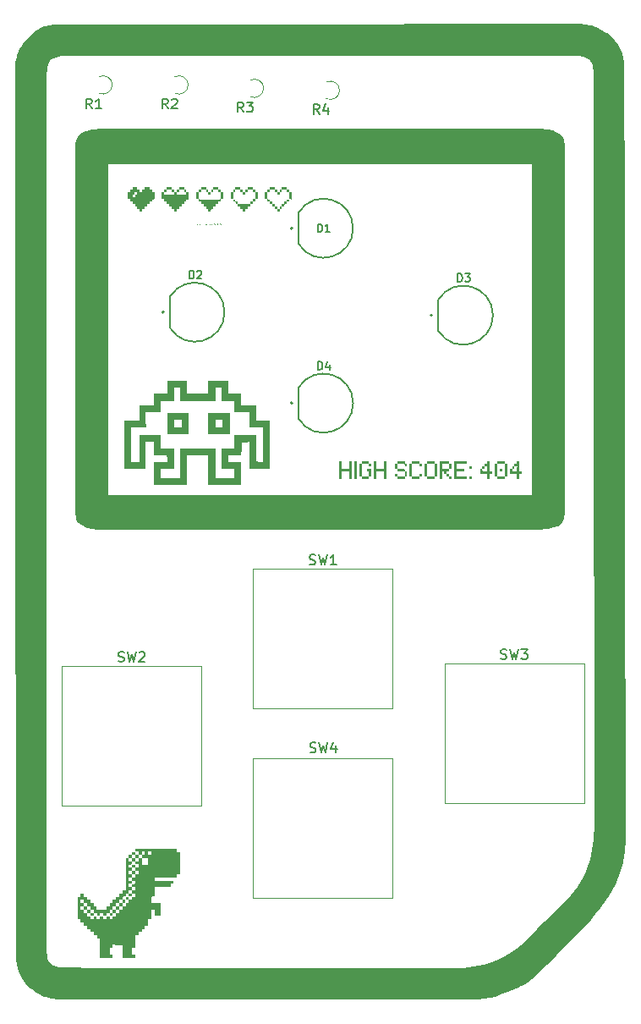
<source format=gbr>
%TF.GenerationSoftware,KiCad,Pcbnew,9.0.2*%
%TF.CreationDate,2025-07-04T19:57:48+05:30*%
%TF.ProjectId,clackade,636c6163-6b61-4646-952e-6b696361645f,rev?*%
%TF.SameCoordinates,Original*%
%TF.FileFunction,Legend,Top*%
%TF.FilePolarity,Positive*%
%FSLAX46Y46*%
G04 Gerber Fmt 4.6, Leading zero omitted, Abs format (unit mm)*
G04 Created by KiCad (PCBNEW 9.0.2) date 2025-07-04 19:57:48*
%MOMM*%
%LPD*%
G01*
G04 APERTURE LIST*
%ADD10C,0.000000*%
%ADD11C,0.150000*%
%ADD12C,0.127000*%
%ADD13C,0.200000*%
%ADD14C,0.120000*%
G04 APERTURE END LIST*
D10*
G36*
X123436661Y-60896973D02*
G01*
X123712194Y-60913953D01*
X123977302Y-60940683D01*
X124232966Y-60977611D01*
X124480166Y-61025182D01*
X124719884Y-61083844D01*
X124953099Y-61154042D01*
X125180793Y-61236224D01*
X125403945Y-61330836D01*
X125623536Y-61438325D01*
X125840548Y-61559137D01*
X126055960Y-61693719D01*
X126270753Y-61842517D01*
X126485907Y-62005979D01*
X126702404Y-62184550D01*
X126921223Y-62378677D01*
X127071755Y-62578252D01*
X127208451Y-62770356D01*
X127331884Y-62956507D01*
X127442630Y-63138220D01*
X127541263Y-63317009D01*
X127628357Y-63494393D01*
X127704487Y-63671885D01*
X127770227Y-63851002D01*
X127826151Y-64033260D01*
X127872834Y-64220175D01*
X127910851Y-64413262D01*
X127940775Y-64614038D01*
X127963182Y-64824017D01*
X127978645Y-65044716D01*
X127987739Y-65277651D01*
X127991038Y-65524338D01*
X127994688Y-66376345D01*
X127995179Y-67316712D01*
X127998338Y-68312384D01*
X128003693Y-71054764D01*
X128010754Y-74010257D01*
X128023410Y-81152199D01*
X128026091Y-83169733D01*
X128040691Y-95699825D01*
X128042888Y-98602810D01*
X128043372Y-99331601D01*
X128064794Y-111012920D01*
X128082075Y-123008005D01*
X128093762Y-129741892D01*
X128100577Y-135478486D01*
X128100603Y-136941024D01*
X128105926Y-138403377D01*
X128110126Y-139744730D01*
X128106656Y-141086077D01*
X128109002Y-141796120D01*
X128115907Y-142506169D01*
X128104749Y-142926610D01*
X128079151Y-143336548D01*
X128039494Y-143736386D01*
X127986156Y-144126527D01*
X127839962Y-144879332D01*
X127643612Y-145598189D01*
X127400145Y-146286327D01*
X127112605Y-146946971D01*
X126784032Y-147583347D01*
X126417469Y-148198683D01*
X126015956Y-148796204D01*
X125582535Y-149379138D01*
X125120248Y-149950712D01*
X124632136Y-150514151D01*
X124121241Y-151072682D01*
X123590605Y-151629532D01*
X122482272Y-152751094D01*
X121822188Y-153417719D01*
X121165387Y-154087450D01*
X120243782Y-155016125D01*
X119528427Y-155723233D01*
X119231070Y-156006754D01*
X118964849Y-156250550D01*
X118722955Y-156459843D01*
X118498578Y-156639856D01*
X118284909Y-156795810D01*
X118075140Y-156932928D01*
X117862461Y-157056432D01*
X117640063Y-157171545D01*
X117401138Y-157283489D01*
X117138876Y-157397485D01*
X116517107Y-157652527D01*
X115627903Y-158025681D01*
X115443073Y-158091586D01*
X115259542Y-158151272D01*
X115077021Y-158204995D01*
X114895223Y-158253011D01*
X114713860Y-158295575D01*
X114532644Y-158332944D01*
X114351288Y-158365374D01*
X114169503Y-158393121D01*
X113987002Y-158416441D01*
X113803498Y-158435590D01*
X113432327Y-158462397D01*
X113053689Y-158475592D01*
X112665280Y-158477223D01*
X112115644Y-158481118D01*
X111212328Y-158483034D01*
X110309009Y-158481118D01*
X109006973Y-158486228D01*
X105482543Y-158488909D01*
X102537198Y-158491099D01*
X95588630Y-158491345D01*
X88424901Y-158498399D01*
X82267700Y-158503993D01*
X78593082Y-158508142D01*
X76865944Y-158510266D01*
X75138805Y-158506183D01*
X74505755Y-158506217D01*
X73872722Y-158508626D01*
X73007148Y-158509505D01*
X72141592Y-158504730D01*
X71638304Y-158511784D01*
X71374394Y-158502031D01*
X71119676Y-158481006D01*
X70873473Y-158448740D01*
X70635110Y-158405264D01*
X70403910Y-158350607D01*
X70179195Y-158284799D01*
X69960290Y-158207872D01*
X69746518Y-158119855D01*
X69537203Y-158020779D01*
X69331667Y-157910674D01*
X69129234Y-157789570D01*
X68929228Y-157657498D01*
X68730972Y-157514488D01*
X68533790Y-157360570D01*
X68337004Y-157195775D01*
X68139939Y-157020132D01*
X67981577Y-156809433D01*
X67839067Y-156606905D01*
X67711630Y-156410909D01*
X67598486Y-156219804D01*
X67498853Y-156031950D01*
X67411953Y-155845705D01*
X67337003Y-155659430D01*
X67273225Y-155471484D01*
X67219838Y-155280226D01*
X67176061Y-155084016D01*
X67141115Y-154881213D01*
X67114218Y-154670177D01*
X67094591Y-154449266D01*
X67081453Y-154216841D01*
X67074025Y-153971261D01*
X67071525Y-153710885D01*
X67068692Y-152748167D01*
X67069331Y-151684193D01*
X67067140Y-150558879D01*
X67064560Y-147458483D01*
X67060632Y-144117587D01*
X67055615Y-137843770D01*
X70168408Y-137843770D01*
X70170794Y-144222747D01*
X70171061Y-147479905D01*
X70170237Y-148968911D01*
X70173958Y-150458106D01*
X70174244Y-150998280D01*
X70172595Y-151538632D01*
X70172376Y-152269975D01*
X70176027Y-153001323D01*
X70176392Y-153823829D01*
X70190039Y-154044297D01*
X70197009Y-154135232D01*
X70204888Y-154215482D01*
X70214284Y-154286683D01*
X70225807Y-154350469D01*
X70240065Y-154408476D01*
X70257666Y-154462341D01*
X70279220Y-154513698D01*
X70305334Y-154564183D01*
X70336618Y-154615432D01*
X70373679Y-154669080D01*
X70417128Y-154726763D01*
X70467572Y-154790116D01*
X70591880Y-154940376D01*
X70716706Y-155019813D01*
X70841088Y-155087494D01*
X70965305Y-155144339D01*
X71089638Y-155191268D01*
X71214368Y-155229201D01*
X71339775Y-155259059D01*
X71466139Y-155281763D01*
X71593740Y-155298231D01*
X71722860Y-155309386D01*
X71853779Y-155316146D01*
X72122132Y-155320166D01*
X72692760Y-155315972D01*
X73218540Y-155321082D01*
X74092981Y-155324704D01*
X74967440Y-155324493D01*
X76219770Y-155331793D01*
X77923349Y-155338458D01*
X79626947Y-155340560D01*
X81757548Y-155344455D01*
X89196603Y-155353699D01*
X96119278Y-155372440D01*
X102068624Y-155385594D01*
X103843831Y-155387325D01*
X105618853Y-155395084D01*
X107291583Y-155400623D01*
X108964129Y-155397028D01*
X109575227Y-155397608D01*
X110186326Y-155402383D01*
X110757262Y-155401109D01*
X111315010Y-155384468D01*
X111860135Y-155350904D01*
X112393206Y-155298856D01*
X112914788Y-155226767D01*
X113425448Y-155133076D01*
X113925752Y-155016226D01*
X114416268Y-154874657D01*
X114897561Y-154706810D01*
X115370199Y-154511127D01*
X115834748Y-154286048D01*
X116291774Y-154030015D01*
X116741845Y-153741468D01*
X117185526Y-153418850D01*
X117623384Y-153060600D01*
X118055986Y-152665160D01*
X118432066Y-152280320D01*
X118851230Y-151865544D01*
X119281164Y-151434146D01*
X119708539Y-151000194D01*
X120031451Y-150674141D01*
X120356486Y-150350485D01*
X121010821Y-149707167D01*
X121855229Y-148857154D01*
X122240076Y-148481074D01*
X122620017Y-148066839D01*
X122966811Y-147647381D01*
X123281588Y-147222128D01*
X123565476Y-146790506D01*
X123819605Y-146351942D01*
X124045104Y-145905863D01*
X124243103Y-145451696D01*
X124414730Y-144988869D01*
X124561115Y-144516808D01*
X124683387Y-144034940D01*
X124782676Y-143542692D01*
X124860110Y-143039491D01*
X124916819Y-142524765D01*
X124953932Y-141997940D01*
X124972579Y-141458443D01*
X124973888Y-140905701D01*
X124979244Y-139917673D01*
X124980339Y-138572557D01*
X124973400Y-137227435D01*
X124971301Y-135772262D01*
X124974860Y-134316905D01*
X124975136Y-131471968D01*
X124967557Y-128627037D01*
X124960499Y-122000260D01*
X124943461Y-110180683D01*
X124928612Y-98708942D01*
X124928612Y-97994270D01*
X124928858Y-97280816D01*
X124918389Y-84216180D01*
X124915227Y-79594723D01*
X124904754Y-73969533D01*
X124899890Y-71098555D01*
X124898732Y-69785907D01*
X124892829Y-68473258D01*
X124892190Y-67770815D01*
X124894289Y-67068355D01*
X124887231Y-66231780D01*
X124885525Y-65506934D01*
X124868999Y-65306906D01*
X124860934Y-65224305D01*
X124852209Y-65151284D01*
X124842229Y-65086324D01*
X124830399Y-65027904D01*
X124816125Y-64974502D01*
X124798810Y-64924599D01*
X124777862Y-64876674D01*
X124752685Y-64829205D01*
X124722684Y-64780673D01*
X124687265Y-64729557D01*
X124645833Y-64674335D01*
X124597792Y-64613488D01*
X124479509Y-64468835D01*
X124409453Y-64422510D01*
X124338510Y-64379795D01*
X124266715Y-64340550D01*
X124194101Y-64304638D01*
X124046553Y-64242252D01*
X123896134Y-64191526D01*
X123743115Y-64151349D01*
X123587766Y-64120610D01*
X123430357Y-64098196D01*
X123271157Y-64082998D01*
X123110437Y-64073903D01*
X122948467Y-64069801D01*
X122621854Y-64072128D01*
X121965498Y-64087791D01*
X121308519Y-64084358D01*
X120214575Y-64083245D01*
X119120449Y-64086038D01*
X117555276Y-64082167D01*
X113297679Y-64082435D01*
X108848750Y-64081437D01*
X101376347Y-64085332D01*
X92728726Y-64083993D01*
X85313379Y-64082119D01*
X80880470Y-64080999D01*
X76713590Y-64084577D01*
X75181331Y-64083652D01*
X74138476Y-64083604D01*
X73095639Y-64087791D01*
X72477921Y-64082873D01*
X72145987Y-64080540D01*
X72008242Y-64081077D01*
X71885609Y-64083484D01*
X71775309Y-64088311D01*
X71674565Y-64096108D01*
X71580597Y-64107425D01*
X71490629Y-64122812D01*
X71401883Y-64142820D01*
X71311580Y-64167998D01*
X71216942Y-64198898D01*
X71115193Y-64236068D01*
X71003552Y-64280060D01*
X70879244Y-64331423D01*
X70581511Y-64458465D01*
X70502305Y-64579230D01*
X70434035Y-64696936D01*
X70375897Y-64812249D01*
X70327086Y-64925838D01*
X70286798Y-65038372D01*
X70254227Y-65150517D01*
X70228570Y-65262941D01*
X70209022Y-65376313D01*
X70194779Y-65491301D01*
X70185036Y-65608572D01*
X70178988Y-65728794D01*
X70175832Y-65852635D01*
X70176027Y-66397547D01*
X70170258Y-67346166D01*
X70175200Y-68394391D01*
X70171743Y-69503179D01*
X70172473Y-72557960D01*
X70169576Y-75849342D01*
X70169138Y-82300297D01*
X70170209Y-87541472D01*
X70169869Y-88293872D01*
X70169163Y-89806951D01*
X70173398Y-104007389D01*
X70172741Y-116201593D01*
X70169528Y-130349938D01*
X70170209Y-131857418D01*
X70170550Y-132606904D01*
X70168408Y-137843770D01*
X67055615Y-137843770D01*
X67054788Y-136809248D01*
X67051987Y-132247859D01*
X67045689Y-119624517D01*
X67045527Y-118808098D01*
X67045366Y-117989730D01*
X67045040Y-116347888D01*
X67044876Y-115525382D01*
X67033999Y-102325139D01*
X67024909Y-88780461D01*
X67018868Y-81172475D01*
X67015883Y-74694915D01*
X67013191Y-71388902D01*
X67010993Y-69876080D01*
X67013335Y-68363258D01*
X67013109Y-67815561D01*
X67010938Y-67267883D01*
X67010017Y-66523929D01*
X67012981Y-65779975D01*
X67012541Y-64944812D01*
X67045508Y-64708817D01*
X67087391Y-64480412D01*
X67138325Y-64259298D01*
X67198444Y-64045181D01*
X67267886Y-63837764D01*
X67346785Y-63636751D01*
X67435276Y-63441846D01*
X67533496Y-63252753D01*
X67641580Y-63069176D01*
X67759662Y-62890819D01*
X67887879Y-62717386D01*
X68026366Y-62548580D01*
X68175259Y-62384106D01*
X68334693Y-62223667D01*
X68504803Y-62066968D01*
X68685726Y-61913712D01*
X69119312Y-61551440D01*
X69214034Y-61487981D01*
X69309377Y-61429231D01*
X69501887Y-61325153D01*
X69696773Y-61237792D01*
X69893962Y-61165735D01*
X70093386Y-61107568D01*
X70294972Y-61061879D01*
X70498651Y-61027254D01*
X70704351Y-61002279D01*
X70912003Y-60985541D01*
X71121535Y-60975627D01*
X71545959Y-60970616D01*
X72414267Y-60980290D01*
X73087241Y-60977578D01*
X75329060Y-60973028D01*
X76932640Y-60968181D01*
X81296103Y-60959368D01*
X84021177Y-60955106D01*
X92055191Y-60945326D01*
X93525186Y-60944265D01*
X94016645Y-60943908D01*
X101899206Y-60927815D01*
X109993538Y-60914603D01*
X114537642Y-60905728D01*
X116674961Y-60900568D01*
X118812281Y-60901531D01*
X119596691Y-60900448D01*
X120381100Y-60896771D01*
X121452225Y-60894264D01*
X122523168Y-60897388D01*
X123149723Y-60889297D01*
X123436661Y-60896973D01*
G37*
G36*
X115618897Y-71387077D02*
G01*
X116283425Y-71387573D01*
X116947953Y-71386153D01*
X117854558Y-71386112D01*
X118761161Y-71390289D01*
X119293271Y-71385349D01*
X119673583Y-71394899D01*
X119854030Y-71404567D01*
X120028722Y-71418557D01*
X120198197Y-71437665D01*
X120362996Y-71462688D01*
X120523657Y-71494421D01*
X120680717Y-71533660D01*
X120834717Y-71581200D01*
X120986195Y-71637838D01*
X121135690Y-71704370D01*
X121283740Y-71781591D01*
X121430885Y-71870296D01*
X121577662Y-71971283D01*
X121724611Y-72085346D01*
X121872271Y-72213282D01*
X121922812Y-72442195D01*
X121960811Y-72624647D01*
X121975673Y-72704100D01*
X121988078Y-72778719D01*
X121998253Y-72850764D01*
X122006425Y-72922494D01*
X122012820Y-72996171D01*
X122017664Y-73074053D01*
X122021183Y-73158402D01*
X122023605Y-73251478D01*
X122026060Y-73472850D01*
X122026841Y-73756251D01*
X122032681Y-74232496D01*
X122034828Y-74628186D01*
X122034509Y-75023792D01*
X122029765Y-75815070D01*
X122036335Y-76948587D01*
X122039468Y-78489004D01*
X122035847Y-80029438D01*
X122037552Y-83250449D01*
X122030979Y-88659973D01*
X122027053Y-91789184D01*
X122033169Y-94918213D01*
X122036335Y-100287254D01*
X122035025Y-101891401D01*
X122038282Y-103495732D01*
X122039165Y-105003696D01*
X122032197Y-106511664D01*
X122031283Y-107065891D01*
X122033657Y-107619940D01*
X122034885Y-107997546D01*
X122033809Y-108375015D01*
X122026841Y-109130094D01*
X122025381Y-109984729D01*
X121973867Y-110212840D01*
X121951102Y-110306884D01*
X121929056Y-110389822D01*
X121906774Y-110463329D01*
X121883299Y-110529081D01*
X121857674Y-110588755D01*
X121828944Y-110644025D01*
X121796151Y-110696569D01*
X121758341Y-110748061D01*
X121714556Y-110800178D01*
X121663840Y-110854595D01*
X121605236Y-110912989D01*
X121537790Y-110977035D01*
X121372540Y-111128787D01*
X121207654Y-111188805D01*
X121044579Y-111242134D01*
X120882975Y-111289149D01*
X120722501Y-111330224D01*
X120562817Y-111365733D01*
X120403584Y-111396052D01*
X120244460Y-111421554D01*
X120085106Y-111442614D01*
X119925181Y-111459607D01*
X119764346Y-111472906D01*
X119438583Y-111489921D01*
X119105095Y-111496655D01*
X118761161Y-111496104D01*
X118188404Y-111499512D01*
X117239566Y-111500668D01*
X116290728Y-111497810D01*
X114929301Y-111501705D01*
X111232774Y-111501460D01*
X107365370Y-111502432D01*
X100870526Y-111498540D01*
X93360391Y-111500000D01*
X86913600Y-111501705D01*
X83062676Y-111502920D01*
X81252534Y-111503559D01*
X79442412Y-111499270D01*
X78777848Y-111498752D01*
X78113284Y-111500242D01*
X77206633Y-111500274D01*
X76300000Y-111496104D01*
X75767940Y-111500972D01*
X75387616Y-111491468D01*
X75207167Y-111481817D01*
X75032474Y-111467841D01*
X74862999Y-111448742D01*
X74698202Y-111423727D01*
X74537544Y-111391998D01*
X74380487Y-111352762D01*
X74226490Y-111305222D01*
X74075016Y-111248582D01*
X73925524Y-111182048D01*
X73777476Y-111104824D01*
X73630333Y-111016114D01*
X73483556Y-110915123D01*
X73336605Y-110801055D01*
X73188941Y-110673114D01*
X73138384Y-110444224D01*
X73100375Y-110261788D01*
X73085510Y-110182339D01*
X73073102Y-110107723D01*
X73062926Y-110035679D01*
X73054754Y-109963948D01*
X73048362Y-109890268D01*
X73043521Y-109812379D01*
X73040006Y-109728022D01*
X73037591Y-109634936D01*
X73035153Y-109413535D01*
X73034396Y-109130094D01*
X73028651Y-108653971D01*
X73026498Y-108258252D01*
X73026695Y-107995529D01*
X73026795Y-107862625D01*
X73031475Y-107071279D01*
X73025000Y-105937686D01*
X73021707Y-104397343D01*
X73025462Y-102857003D01*
X73023783Y-99635869D01*
X73030282Y-94226426D01*
X73034165Y-91097212D01*
X73028043Y-87968181D01*
X73024927Y-82599236D01*
X73026220Y-80995009D01*
X73023077Y-79390761D01*
X73022085Y-77882714D01*
X73029016Y-76374684D01*
X73029865Y-75820519D01*
X73027483Y-75266335D01*
X73026317Y-74890865D01*
X76353357Y-74890865D01*
X76353357Y-107995529D01*
X118707855Y-107995529D01*
X118707855Y-74890865D01*
X76353357Y-74890865D01*
X73026317Y-74890865D01*
X73026310Y-74888759D01*
X73027416Y-74511293D01*
X73034396Y-73756251D01*
X73035783Y-72901737D01*
X73087313Y-72673603D01*
X73110085Y-72579549D01*
X73132137Y-72496602D01*
X73154426Y-72423087D01*
X73177907Y-72357327D01*
X73203538Y-72297646D01*
X73232275Y-72242367D01*
X73265075Y-72189816D01*
X73302893Y-72138315D01*
X73346688Y-72086188D01*
X73397414Y-72031760D01*
X73456029Y-71973354D01*
X73523490Y-71909294D01*
X73688773Y-71757509D01*
X73853626Y-71697500D01*
X74016677Y-71644176D01*
X74178265Y-71597163D01*
X74338728Y-71556089D01*
X74498407Y-71520579D01*
X74657639Y-71490259D01*
X74816764Y-71464756D01*
X74976121Y-71443696D01*
X75136049Y-71426704D01*
X75296886Y-71413408D01*
X75622647Y-71396404D01*
X75956114Y-71389695D01*
X76300000Y-71390289D01*
X76872858Y-71386833D01*
X77821635Y-71385732D01*
X78770411Y-71388537D01*
X80131987Y-71384667D01*
X83828414Y-71384935D01*
X87695891Y-71383913D01*
X94190686Y-71387831D01*
X101700823Y-71386493D01*
X108147712Y-71384618D01*
X111998563Y-71383499D01*
X115618897Y-71387077D01*
G37*
D11*
X97320524Y-95493295D02*
X97320524Y-94693295D01*
X97320524Y-94693295D02*
X97511000Y-94693295D01*
X97511000Y-94693295D02*
X97625286Y-94731390D01*
X97625286Y-94731390D02*
X97701476Y-94807580D01*
X97701476Y-94807580D02*
X97739571Y-94883771D01*
X97739571Y-94883771D02*
X97777667Y-95036152D01*
X97777667Y-95036152D02*
X97777667Y-95150438D01*
X97777667Y-95150438D02*
X97739571Y-95302819D01*
X97739571Y-95302819D02*
X97701476Y-95379009D01*
X97701476Y-95379009D02*
X97625286Y-95455200D01*
X97625286Y-95455200D02*
X97511000Y-95493295D01*
X97511000Y-95493295D02*
X97320524Y-95493295D01*
X98463381Y-94959961D02*
X98463381Y-95493295D01*
X98272905Y-94655200D02*
X98082428Y-95226628D01*
X98082428Y-95226628D02*
X98577667Y-95226628D01*
X74688333Y-69374819D02*
X74355000Y-68898628D01*
X74116905Y-69374819D02*
X74116905Y-68374819D01*
X74116905Y-68374819D02*
X74497857Y-68374819D01*
X74497857Y-68374819D02*
X74593095Y-68422438D01*
X74593095Y-68422438D02*
X74640714Y-68470057D01*
X74640714Y-68470057D02*
X74688333Y-68565295D01*
X74688333Y-68565295D02*
X74688333Y-68708152D01*
X74688333Y-68708152D02*
X74640714Y-68803390D01*
X74640714Y-68803390D02*
X74593095Y-68851009D01*
X74593095Y-68851009D02*
X74497857Y-68898628D01*
X74497857Y-68898628D02*
X74116905Y-68898628D01*
X75640714Y-69374819D02*
X75069286Y-69374819D01*
X75355000Y-69374819D02*
X75355000Y-68374819D01*
X75355000Y-68374819D02*
X75259762Y-68517676D01*
X75259762Y-68517676D02*
X75164524Y-68612914D01*
X75164524Y-68612914D02*
X75069286Y-68660533D01*
X96519367Y-133749400D02*
X96662224Y-133797019D01*
X96662224Y-133797019D02*
X96900319Y-133797019D01*
X96900319Y-133797019D02*
X96995557Y-133749400D01*
X96995557Y-133749400D02*
X97043176Y-133701780D01*
X97043176Y-133701780D02*
X97090795Y-133606542D01*
X97090795Y-133606542D02*
X97090795Y-133511304D01*
X97090795Y-133511304D02*
X97043176Y-133416066D01*
X97043176Y-133416066D02*
X96995557Y-133368447D01*
X96995557Y-133368447D02*
X96900319Y-133320828D01*
X96900319Y-133320828D02*
X96709843Y-133273209D01*
X96709843Y-133273209D02*
X96614605Y-133225590D01*
X96614605Y-133225590D02*
X96566986Y-133177971D01*
X96566986Y-133177971D02*
X96519367Y-133082733D01*
X96519367Y-133082733D02*
X96519367Y-132987495D01*
X96519367Y-132987495D02*
X96566986Y-132892257D01*
X96566986Y-132892257D02*
X96614605Y-132844638D01*
X96614605Y-132844638D02*
X96709843Y-132797019D01*
X96709843Y-132797019D02*
X96947938Y-132797019D01*
X96947938Y-132797019D02*
X97090795Y-132844638D01*
X97424129Y-132797019D02*
X97662224Y-133797019D01*
X97662224Y-133797019D02*
X97852700Y-133082733D01*
X97852700Y-133082733D02*
X98043176Y-133797019D01*
X98043176Y-133797019D02*
X98281272Y-132797019D01*
X99090795Y-133130352D02*
X99090795Y-133797019D01*
X98852700Y-132749400D02*
X98614605Y-133463685D01*
X98614605Y-133463685D02*
X99233652Y-133463685D01*
X77319367Y-124655400D02*
X77462224Y-124703019D01*
X77462224Y-124703019D02*
X77700319Y-124703019D01*
X77700319Y-124703019D02*
X77795557Y-124655400D01*
X77795557Y-124655400D02*
X77843176Y-124607780D01*
X77843176Y-124607780D02*
X77890795Y-124512542D01*
X77890795Y-124512542D02*
X77890795Y-124417304D01*
X77890795Y-124417304D02*
X77843176Y-124322066D01*
X77843176Y-124322066D02*
X77795557Y-124274447D01*
X77795557Y-124274447D02*
X77700319Y-124226828D01*
X77700319Y-124226828D02*
X77509843Y-124179209D01*
X77509843Y-124179209D02*
X77414605Y-124131590D01*
X77414605Y-124131590D02*
X77366986Y-124083971D01*
X77366986Y-124083971D02*
X77319367Y-123988733D01*
X77319367Y-123988733D02*
X77319367Y-123893495D01*
X77319367Y-123893495D02*
X77366986Y-123798257D01*
X77366986Y-123798257D02*
X77414605Y-123750638D01*
X77414605Y-123750638D02*
X77509843Y-123703019D01*
X77509843Y-123703019D02*
X77747938Y-123703019D01*
X77747938Y-123703019D02*
X77890795Y-123750638D01*
X78224129Y-123703019D02*
X78462224Y-124703019D01*
X78462224Y-124703019D02*
X78652700Y-123988733D01*
X78652700Y-123988733D02*
X78843176Y-124703019D01*
X78843176Y-124703019D02*
X79081272Y-123703019D01*
X79414605Y-123798257D02*
X79462224Y-123750638D01*
X79462224Y-123750638D02*
X79557462Y-123703019D01*
X79557462Y-123703019D02*
X79795557Y-123703019D01*
X79795557Y-123703019D02*
X79890795Y-123750638D01*
X79890795Y-123750638D02*
X79938414Y-123798257D01*
X79938414Y-123798257D02*
X79986033Y-123893495D01*
X79986033Y-123893495D02*
X79986033Y-123988733D01*
X79986033Y-123988733D02*
X79938414Y-124131590D01*
X79938414Y-124131590D02*
X79366986Y-124703019D01*
X79366986Y-124703019D02*
X79986033Y-124703019D01*
X97445533Y-69917519D02*
X97112200Y-69441328D01*
X96874105Y-69917519D02*
X96874105Y-68917519D01*
X96874105Y-68917519D02*
X97255057Y-68917519D01*
X97255057Y-68917519D02*
X97350295Y-68965138D01*
X97350295Y-68965138D02*
X97397914Y-69012757D01*
X97397914Y-69012757D02*
X97445533Y-69107995D01*
X97445533Y-69107995D02*
X97445533Y-69250852D01*
X97445533Y-69250852D02*
X97397914Y-69346090D01*
X97397914Y-69346090D02*
X97350295Y-69393709D01*
X97350295Y-69393709D02*
X97255057Y-69441328D01*
X97255057Y-69441328D02*
X96874105Y-69441328D01*
X98302676Y-69250852D02*
X98302676Y-69917519D01*
X98064581Y-68869900D02*
X97826486Y-69584185D01*
X97826486Y-69584185D02*
X98445533Y-69584185D01*
X89845533Y-69717519D02*
X89512200Y-69241328D01*
X89274105Y-69717519D02*
X89274105Y-68717519D01*
X89274105Y-68717519D02*
X89655057Y-68717519D01*
X89655057Y-68717519D02*
X89750295Y-68765138D01*
X89750295Y-68765138D02*
X89797914Y-68812757D01*
X89797914Y-68812757D02*
X89845533Y-68907995D01*
X89845533Y-68907995D02*
X89845533Y-69050852D01*
X89845533Y-69050852D02*
X89797914Y-69146090D01*
X89797914Y-69146090D02*
X89750295Y-69193709D01*
X89750295Y-69193709D02*
X89655057Y-69241328D01*
X89655057Y-69241328D02*
X89274105Y-69241328D01*
X90178867Y-68717519D02*
X90797914Y-68717519D01*
X90797914Y-68717519D02*
X90464581Y-69098471D01*
X90464581Y-69098471D02*
X90607438Y-69098471D01*
X90607438Y-69098471D02*
X90702676Y-69146090D01*
X90702676Y-69146090D02*
X90750295Y-69193709D01*
X90750295Y-69193709D02*
X90797914Y-69288947D01*
X90797914Y-69288947D02*
X90797914Y-69527042D01*
X90797914Y-69527042D02*
X90750295Y-69622280D01*
X90750295Y-69622280D02*
X90702676Y-69669900D01*
X90702676Y-69669900D02*
X90607438Y-69717519D01*
X90607438Y-69717519D02*
X90321724Y-69717519D01*
X90321724Y-69717519D02*
X90226486Y-69669900D01*
X90226486Y-69669900D02*
X90178867Y-69622280D01*
X97280524Y-81701295D02*
X97280524Y-80901295D01*
X97280524Y-80901295D02*
X97471000Y-80901295D01*
X97471000Y-80901295D02*
X97585286Y-80939390D01*
X97585286Y-80939390D02*
X97661476Y-81015580D01*
X97661476Y-81015580D02*
X97699571Y-81091771D01*
X97699571Y-81091771D02*
X97737667Y-81244152D01*
X97737667Y-81244152D02*
X97737667Y-81358438D01*
X97737667Y-81358438D02*
X97699571Y-81510819D01*
X97699571Y-81510819D02*
X97661476Y-81587009D01*
X97661476Y-81587009D02*
X97585286Y-81663200D01*
X97585286Y-81663200D02*
X97471000Y-81701295D01*
X97471000Y-81701295D02*
X97280524Y-81701295D01*
X98499571Y-81701295D02*
X98042428Y-81701295D01*
X98271000Y-81701295D02*
X98271000Y-80901295D01*
X98271000Y-80901295D02*
X98194809Y-81015580D01*
X98194809Y-81015580D02*
X98118619Y-81091771D01*
X98118619Y-81091771D02*
X98042428Y-81129866D01*
X84450524Y-86393295D02*
X84450524Y-85593295D01*
X84450524Y-85593295D02*
X84641000Y-85593295D01*
X84641000Y-85593295D02*
X84755286Y-85631390D01*
X84755286Y-85631390D02*
X84831476Y-85707580D01*
X84831476Y-85707580D02*
X84869571Y-85783771D01*
X84869571Y-85783771D02*
X84907667Y-85936152D01*
X84907667Y-85936152D02*
X84907667Y-86050438D01*
X84907667Y-86050438D02*
X84869571Y-86202819D01*
X84869571Y-86202819D02*
X84831476Y-86279009D01*
X84831476Y-86279009D02*
X84755286Y-86355200D01*
X84755286Y-86355200D02*
X84641000Y-86393295D01*
X84641000Y-86393295D02*
X84450524Y-86393295D01*
X85212428Y-85669485D02*
X85250524Y-85631390D01*
X85250524Y-85631390D02*
X85326714Y-85593295D01*
X85326714Y-85593295D02*
X85517190Y-85593295D01*
X85517190Y-85593295D02*
X85593381Y-85631390D01*
X85593381Y-85631390D02*
X85631476Y-85669485D01*
X85631476Y-85669485D02*
X85669571Y-85745676D01*
X85669571Y-85745676D02*
X85669571Y-85821866D01*
X85669571Y-85821866D02*
X85631476Y-85936152D01*
X85631476Y-85936152D02*
X85174333Y-86393295D01*
X85174333Y-86393295D02*
X85669571Y-86393295D01*
X111320524Y-86693295D02*
X111320524Y-85893295D01*
X111320524Y-85893295D02*
X111511000Y-85893295D01*
X111511000Y-85893295D02*
X111625286Y-85931390D01*
X111625286Y-85931390D02*
X111701476Y-86007580D01*
X111701476Y-86007580D02*
X111739571Y-86083771D01*
X111739571Y-86083771D02*
X111777667Y-86236152D01*
X111777667Y-86236152D02*
X111777667Y-86350438D01*
X111777667Y-86350438D02*
X111739571Y-86502819D01*
X111739571Y-86502819D02*
X111701476Y-86579009D01*
X111701476Y-86579009D02*
X111625286Y-86655200D01*
X111625286Y-86655200D02*
X111511000Y-86693295D01*
X111511000Y-86693295D02*
X111320524Y-86693295D01*
X112044333Y-85893295D02*
X112539571Y-85893295D01*
X112539571Y-85893295D02*
X112272905Y-86198057D01*
X112272905Y-86198057D02*
X112387190Y-86198057D01*
X112387190Y-86198057D02*
X112463381Y-86236152D01*
X112463381Y-86236152D02*
X112501476Y-86274247D01*
X112501476Y-86274247D02*
X112539571Y-86350438D01*
X112539571Y-86350438D02*
X112539571Y-86540914D01*
X112539571Y-86540914D02*
X112501476Y-86617104D01*
X112501476Y-86617104D02*
X112463381Y-86655200D01*
X112463381Y-86655200D02*
X112387190Y-86693295D01*
X112387190Y-86693295D02*
X112158619Y-86693295D01*
X112158619Y-86693295D02*
X112082428Y-86655200D01*
X112082428Y-86655200D02*
X112044333Y-86617104D01*
X115629367Y-124415400D02*
X115772224Y-124463019D01*
X115772224Y-124463019D02*
X116010319Y-124463019D01*
X116010319Y-124463019D02*
X116105557Y-124415400D01*
X116105557Y-124415400D02*
X116153176Y-124367780D01*
X116153176Y-124367780D02*
X116200795Y-124272542D01*
X116200795Y-124272542D02*
X116200795Y-124177304D01*
X116200795Y-124177304D02*
X116153176Y-124082066D01*
X116153176Y-124082066D02*
X116105557Y-124034447D01*
X116105557Y-124034447D02*
X116010319Y-123986828D01*
X116010319Y-123986828D02*
X115819843Y-123939209D01*
X115819843Y-123939209D02*
X115724605Y-123891590D01*
X115724605Y-123891590D02*
X115676986Y-123843971D01*
X115676986Y-123843971D02*
X115629367Y-123748733D01*
X115629367Y-123748733D02*
X115629367Y-123653495D01*
X115629367Y-123653495D02*
X115676986Y-123558257D01*
X115676986Y-123558257D02*
X115724605Y-123510638D01*
X115724605Y-123510638D02*
X115819843Y-123463019D01*
X115819843Y-123463019D02*
X116057938Y-123463019D01*
X116057938Y-123463019D02*
X116200795Y-123510638D01*
X116534129Y-123463019D02*
X116772224Y-124463019D01*
X116772224Y-124463019D02*
X116962700Y-123748733D01*
X116962700Y-123748733D02*
X117153176Y-124463019D01*
X117153176Y-124463019D02*
X117391272Y-123463019D01*
X117676986Y-123463019D02*
X118296033Y-123463019D01*
X118296033Y-123463019D02*
X117962700Y-123843971D01*
X117962700Y-123843971D02*
X118105557Y-123843971D01*
X118105557Y-123843971D02*
X118200795Y-123891590D01*
X118200795Y-123891590D02*
X118248414Y-123939209D01*
X118248414Y-123939209D02*
X118296033Y-124034447D01*
X118296033Y-124034447D02*
X118296033Y-124272542D01*
X118296033Y-124272542D02*
X118248414Y-124367780D01*
X118248414Y-124367780D02*
X118200795Y-124415400D01*
X118200795Y-124415400D02*
X118105557Y-124463019D01*
X118105557Y-124463019D02*
X117819843Y-124463019D01*
X117819843Y-124463019D02*
X117724605Y-124415400D01*
X117724605Y-124415400D02*
X117676986Y-124367780D01*
X96479367Y-114955400D02*
X96622224Y-115003019D01*
X96622224Y-115003019D02*
X96860319Y-115003019D01*
X96860319Y-115003019D02*
X96955557Y-114955400D01*
X96955557Y-114955400D02*
X97003176Y-114907780D01*
X97003176Y-114907780D02*
X97050795Y-114812542D01*
X97050795Y-114812542D02*
X97050795Y-114717304D01*
X97050795Y-114717304D02*
X97003176Y-114622066D01*
X97003176Y-114622066D02*
X96955557Y-114574447D01*
X96955557Y-114574447D02*
X96860319Y-114526828D01*
X96860319Y-114526828D02*
X96669843Y-114479209D01*
X96669843Y-114479209D02*
X96574605Y-114431590D01*
X96574605Y-114431590D02*
X96526986Y-114383971D01*
X96526986Y-114383971D02*
X96479367Y-114288733D01*
X96479367Y-114288733D02*
X96479367Y-114193495D01*
X96479367Y-114193495D02*
X96526986Y-114098257D01*
X96526986Y-114098257D02*
X96574605Y-114050638D01*
X96574605Y-114050638D02*
X96669843Y-114003019D01*
X96669843Y-114003019D02*
X96907938Y-114003019D01*
X96907938Y-114003019D02*
X97050795Y-114050638D01*
X97384129Y-114003019D02*
X97622224Y-115003019D01*
X97622224Y-115003019D02*
X97812700Y-114288733D01*
X97812700Y-114288733D02*
X98003176Y-115003019D01*
X98003176Y-115003019D02*
X98241272Y-114003019D01*
X99146033Y-115003019D02*
X98574605Y-115003019D01*
X98860319Y-115003019D02*
X98860319Y-114003019D01*
X98860319Y-114003019D02*
X98765081Y-114145876D01*
X98765081Y-114145876D02*
X98669843Y-114241114D01*
X98669843Y-114241114D02*
X98574605Y-114288733D01*
X82288333Y-69374819D02*
X81955000Y-68898628D01*
X81716905Y-69374819D02*
X81716905Y-68374819D01*
X81716905Y-68374819D02*
X82097857Y-68374819D01*
X82097857Y-68374819D02*
X82193095Y-68422438D01*
X82193095Y-68422438D02*
X82240714Y-68470057D01*
X82240714Y-68470057D02*
X82288333Y-68565295D01*
X82288333Y-68565295D02*
X82288333Y-68708152D01*
X82288333Y-68708152D02*
X82240714Y-68803390D01*
X82240714Y-68803390D02*
X82193095Y-68851009D01*
X82193095Y-68851009D02*
X82097857Y-68898628D01*
X82097857Y-68898628D02*
X81716905Y-68898628D01*
X82669286Y-68470057D02*
X82716905Y-68422438D01*
X82716905Y-68422438D02*
X82812143Y-68374819D01*
X82812143Y-68374819D02*
X83050238Y-68374819D01*
X83050238Y-68374819D02*
X83145476Y-68422438D01*
X83145476Y-68422438D02*
X83193095Y-68470057D01*
X83193095Y-68470057D02*
X83240714Y-68565295D01*
X83240714Y-68565295D02*
X83240714Y-68660533D01*
X83240714Y-68660533D02*
X83193095Y-68803390D01*
X83193095Y-68803390D02*
X82621667Y-69374819D01*
X82621667Y-69374819D02*
X83240714Y-69374819D01*
D12*
%TO.C,D4*%
X95371000Y-97273000D02*
X95371000Y-100405000D01*
X95371000Y-97273000D02*
G75*
G02*
X95371000Y-100405000I2506124J-1566000D01*
G01*
D13*
X94771000Y-98839000D02*
G75*
G02*
X94571000Y-98839000I-100000J0D01*
G01*
X94571000Y-98839000D02*
G75*
G02*
X94771000Y-98839000I100000J0D01*
G01*
D10*
%TO.C,G\u002A\u002A\u002A*%
G36*
X88508684Y-100897631D02*
G01*
X88508684Y-101967105D01*
X87405789Y-101967105D01*
X86302894Y-101967105D01*
X86302894Y-101298684D01*
X87038157Y-101298684D01*
X87405789Y-101298684D01*
X87773420Y-101298684D01*
X87773420Y-100897631D01*
X87773420Y-100496578D01*
X87405789Y-100496578D01*
X87038157Y-100496578D01*
X87038157Y-100897631D01*
X87038157Y-101298684D01*
X86302894Y-101298684D01*
X86302894Y-100897631D01*
X86302894Y-99828157D01*
X87405789Y-99828157D01*
X88508684Y-99828157D01*
X88508684Y-100897631D01*
G37*
G36*
X84364473Y-100897631D02*
G01*
X84364473Y-101967105D01*
X83294999Y-101967105D01*
X82225526Y-101967105D01*
X82225526Y-101298684D01*
X82893947Y-101298684D01*
X83298335Y-101298684D01*
X83702723Y-101298684D01*
X83682677Y-100914341D01*
X83662631Y-100529999D01*
X83278289Y-100509953D01*
X82893947Y-100489907D01*
X82893947Y-100894295D01*
X82893947Y-101298684D01*
X82225526Y-101298684D01*
X82225526Y-100897631D01*
X82225526Y-100894295D01*
X82225526Y-99828157D01*
X83294999Y-99828157D01*
X84364473Y-99828157D01*
X84364473Y-100897631D01*
G37*
G36*
X84230789Y-97254736D02*
G01*
X84230789Y-97889736D01*
X85266841Y-97889736D01*
X86302894Y-97889736D01*
X86302894Y-97254736D01*
X86302894Y-96619736D01*
X87338947Y-96619736D01*
X88374999Y-96619736D01*
X88374999Y-97254736D01*
X88374999Y-97889736D01*
X89009999Y-97889736D01*
X89644999Y-97889736D01*
X89644999Y-98491315D01*
X89644999Y-99092894D01*
X90396973Y-99092758D01*
X91148947Y-99092622D01*
X91128066Y-99828021D01*
X91107186Y-100563420D01*
X91779777Y-100563420D01*
X92452368Y-100563420D01*
X92452368Y-102969736D01*
X92452368Y-105376052D01*
X91449736Y-105376052D01*
X90447105Y-105376052D01*
X90447150Y-104055920D01*
X90447195Y-102735789D01*
X90062808Y-102744772D01*
X89678420Y-102753756D01*
X89659289Y-103396483D01*
X89640158Y-104039210D01*
X89007579Y-104039210D01*
X88374999Y-104039210D01*
X88374999Y-104373420D01*
X88374999Y-104707631D01*
X89009999Y-104707631D01*
X89644999Y-104707631D01*
X89644999Y-105860657D01*
X89644999Y-107013684D01*
X88001798Y-107013684D01*
X87547121Y-107012598D01*
X87138448Y-107009545D01*
X86794238Y-107004833D01*
X86532950Y-106998770D01*
X86373042Y-106991663D01*
X86330745Y-106985833D01*
X86322609Y-106913782D01*
X86315409Y-106727691D01*
X86309515Y-106447200D01*
X86305294Y-106091952D01*
X86303113Y-105681588D01*
X86302894Y-105498596D01*
X86302894Y-104039210D01*
X85266841Y-104039210D01*
X84230789Y-104039210D01*
X84230789Y-105509736D01*
X84230789Y-106980263D01*
X82559736Y-106980263D01*
X80888684Y-106980263D01*
X80888684Y-105843947D01*
X80888684Y-104707631D01*
X81560767Y-104707631D01*
X82232850Y-104707631D01*
X82212477Y-104390131D01*
X82192105Y-104072631D01*
X81542786Y-104053529D01*
X80893467Y-104034427D01*
X80874365Y-103385108D01*
X80855263Y-102735789D01*
X80470920Y-102715743D01*
X80086578Y-102695696D01*
X80086578Y-104035874D01*
X80086578Y-105376052D01*
X79017105Y-105376052D01*
X77947631Y-105376052D01*
X77947631Y-102969736D01*
X77947631Y-101223502D01*
X78616052Y-101223502D01*
X78616052Y-102965566D01*
X78616052Y-104707631D01*
X79017105Y-104707631D01*
X79418157Y-104707631D01*
X79418157Y-103370789D01*
X79418157Y-102033947D01*
X80487631Y-102033947D01*
X81557105Y-102033947D01*
X81557105Y-102702368D01*
X81557105Y-103370789D01*
X82225526Y-103370789D01*
X82893947Y-103370789D01*
X82893947Y-104373420D01*
X82893947Y-105376052D01*
X82225526Y-105376052D01*
X81557105Y-105376052D01*
X81557105Y-105843947D01*
X81557105Y-106311841D01*
X82526315Y-106311841D01*
X83495526Y-106311841D01*
X83495526Y-104841315D01*
X83495526Y-103370789D01*
X85266841Y-103370789D01*
X87038157Y-103370789D01*
X87038157Y-104841315D01*
X87038157Y-106311841D01*
X88007368Y-106311841D01*
X88976578Y-106311841D01*
X88976578Y-105843947D01*
X88976578Y-105376052D01*
X88308157Y-105376052D01*
X87639736Y-105376052D01*
X87639736Y-104373420D01*
X87639736Y-103370789D01*
X88308157Y-103370789D01*
X88976578Y-103370789D01*
X88976578Y-102702368D01*
X88976578Y-102033947D01*
X90044639Y-102033947D01*
X91112700Y-102033947D01*
X91130823Y-103354078D01*
X91148947Y-104674210D01*
X91466447Y-104694583D01*
X91783947Y-104714956D01*
X91783947Y-102973399D01*
X91783947Y-101231841D01*
X91115526Y-101231841D01*
X90447105Y-101231841D01*
X90447105Y-100496578D01*
X90447105Y-99761315D01*
X89711841Y-99761315D01*
X88976578Y-99761315D01*
X88976578Y-99193157D01*
X88976578Y-98624999D01*
X88308157Y-98624999D01*
X87639736Y-98624999D01*
X87639736Y-97956578D01*
X87639736Y-97288157D01*
X87338947Y-97288157D01*
X87038157Y-97288157D01*
X87038157Y-97956578D01*
X87038157Y-98624999D01*
X85266841Y-98624999D01*
X83495526Y-98624999D01*
X83495526Y-97956578D01*
X83495526Y-97288157D01*
X83194736Y-97288157D01*
X82893947Y-97288157D01*
X82893947Y-97956578D01*
X82893947Y-98624999D01*
X82225526Y-98624999D01*
X81557105Y-98624999D01*
X81557105Y-99193157D01*
X81557105Y-99761315D01*
X80821841Y-99761315D01*
X80086578Y-99761315D01*
X80086715Y-100513289D01*
X80086851Y-101265263D01*
X79351451Y-101244382D01*
X78616052Y-101223502D01*
X77947631Y-101223502D01*
X77947631Y-100563420D01*
X78682894Y-100563420D01*
X79418157Y-100563420D01*
X79418157Y-99828157D01*
X79418157Y-99092894D01*
X80153420Y-99092894D01*
X80888684Y-99092894D01*
X80888684Y-98491315D01*
X80888684Y-97889736D01*
X81557105Y-97889736D01*
X82225526Y-97889736D01*
X82225526Y-97254736D01*
X82225526Y-96619736D01*
X83228157Y-96619736D01*
X84230789Y-96619736D01*
X84230789Y-97254736D01*
G37*
D14*
%TO.C,R1*%
X75387867Y-66180000D02*
G75*
G02*
X75387867Y-67820000I417133J-820000D01*
G01*
D10*
%TO.C,G\u002A\u002A\u002A*%
G36*
X85674152Y-80922164D02*
G01*
X85664800Y-80931516D01*
X85655448Y-80922164D01*
X85664800Y-80912812D01*
X85674152Y-80922164D01*
G37*
G36*
X85711560Y-80959572D02*
G01*
X85702208Y-80968924D01*
X85692856Y-80959572D01*
X85702208Y-80950220D01*
X85711560Y-80959572D01*
G37*
G36*
X86141752Y-80922164D02*
G01*
X86132400Y-80931516D01*
X86123048Y-80922164D01*
X86132400Y-80912812D01*
X86141752Y-80922164D01*
G37*
G36*
X86310088Y-81015684D02*
G01*
X86300736Y-81025036D01*
X86291384Y-81015684D01*
X86300736Y-81006332D01*
X86310088Y-81015684D01*
G37*
G36*
X86796391Y-80959572D02*
G01*
X86787039Y-80968924D01*
X86777687Y-80959572D01*
X86787039Y-80950220D01*
X86796391Y-80959572D01*
G37*
G36*
X86453485Y-80937751D02*
G01*
X86455723Y-80959948D01*
X86453485Y-80962689D01*
X86442365Y-80960122D01*
X86441015Y-80950220D01*
X86447859Y-80934825D01*
X86453485Y-80937751D01*
G37*
G36*
X86696944Y-80984121D02*
G01*
X86699174Y-81013353D01*
X86695467Y-81019970D01*
X86686966Y-81014392D01*
X86685644Y-80995421D01*
X86690212Y-80975464D01*
X86696944Y-80984121D01*
G37*
G36*
X87792378Y-81012649D02*
G01*
X87794727Y-81019476D01*
X87768998Y-81022083D01*
X87742445Y-81019143D01*
X87745618Y-81012649D01*
X87783911Y-81010178D01*
X87792378Y-81012649D01*
G37*
G36*
X85179559Y-80925307D02*
G01*
X85176282Y-80939897D01*
X85161188Y-80966224D01*
X85151429Y-80961813D01*
X85150441Y-80951324D01*
X85164025Y-80925961D01*
X85168931Y-80922297D01*
X85179559Y-80925307D01*
G37*
G36*
X85834199Y-80925307D02*
G01*
X85830921Y-80939897D01*
X85815827Y-80966224D01*
X85806068Y-80961813D01*
X85805080Y-80951324D01*
X85818664Y-80925961D01*
X85823570Y-80922297D01*
X85834199Y-80925307D01*
G37*
G36*
X84140426Y-77592856D02*
G01*
X84140426Y-77714432D01*
X84018850Y-77714432D01*
X83897275Y-77714432D01*
X83897275Y-77592856D01*
X83897275Y-77471280D01*
X84018850Y-77471280D01*
X84140426Y-77471280D01*
X84140426Y-77592856D01*
G37*
G36*
X85257161Y-80908136D02*
G01*
X85260255Y-80962639D01*
X85257161Y-80992304D01*
X85252535Y-81001168D01*
X85249601Y-80977668D01*
X85249055Y-80950220D01*
X85250514Y-80909766D01*
X85254245Y-80898661D01*
X85257161Y-80908136D01*
G37*
G36*
X85322853Y-80946815D02*
G01*
X85334775Y-80978724D01*
X85333630Y-80999669D01*
X85326784Y-81015665D01*
X85318900Y-80996926D01*
X85315494Y-80981534D01*
X85312120Y-80947243D01*
X85322350Y-80946321D01*
X85322853Y-80946815D01*
G37*
G36*
X86347495Y-77592856D02*
G01*
X86347495Y-77714432D01*
X86225920Y-77714432D01*
X86104344Y-77714432D01*
X86104344Y-77592856D01*
X86104344Y-77471280D01*
X86225920Y-77471280D01*
X86347495Y-77471280D01*
X86347495Y-77592856D01*
G37*
G36*
X86565275Y-80952036D02*
G01*
X86566201Y-80955252D01*
X86568939Y-80995995D01*
X86565508Y-81011364D01*
X86559368Y-81011986D01*
X86556860Y-80982705D01*
X86556886Y-80978276D01*
X86559583Y-80949267D01*
X86565275Y-80952036D01*
G37*
G36*
X86590647Y-77836008D02*
G01*
X86590647Y-77957584D01*
X86469071Y-77957584D01*
X86347495Y-77957584D01*
X86347495Y-77836008D01*
X86347495Y-77714432D01*
X86469071Y-77714432D01*
X86590647Y-77714432D01*
X86590647Y-77836008D01*
G37*
G36*
X87581958Y-77592856D02*
G01*
X87581958Y-77714432D01*
X87460382Y-77714432D01*
X87338806Y-77714432D01*
X87338806Y-77592856D01*
X87338806Y-77471280D01*
X87460382Y-77471280D01*
X87581958Y-77471280D01*
X87581958Y-77592856D01*
G37*
G36*
X87768783Y-80889875D02*
G01*
X87768998Y-80894108D01*
X87754619Y-80912093D01*
X87749190Y-80912812D01*
X87738019Y-80901353D01*
X87740942Y-80894108D01*
X87757749Y-80876265D01*
X87760750Y-80875404D01*
X87768783Y-80889875D01*
G37*
G36*
X91023490Y-77592856D02*
G01*
X91023490Y-77714432D01*
X90901914Y-77714432D01*
X90780338Y-77714432D01*
X90780338Y-77592856D01*
X90780338Y-77471280D01*
X90901914Y-77471280D01*
X91023490Y-77471280D01*
X91023490Y-77592856D01*
G37*
G36*
X85772330Y-80935764D02*
G01*
X85751456Y-80973941D01*
X85743799Y-80996980D01*
X85736996Y-81016836D01*
X85733406Y-81001944D01*
X85732434Y-80984953D01*
X85741840Y-80940761D01*
X85760966Y-80923737D01*
X85780933Y-80919867D01*
X85772330Y-80935764D01*
G37*
G36*
X85203968Y-80976679D02*
G01*
X85217627Y-80998186D01*
X85202902Y-81017285D01*
X85172717Y-81022866D01*
X85151852Y-81020019D01*
X85166880Y-81014000D01*
X85174050Y-81012099D01*
X85195795Y-80996202D01*
X85194540Y-80983323D01*
X85193732Y-80972065D01*
X85203968Y-80976679D01*
G37*
G36*
X85498938Y-80913316D02*
G01*
X85508085Y-80950005D01*
X85509384Y-80959722D01*
X85510606Y-81008021D01*
X85502797Y-81023837D01*
X85491158Y-81005519D01*
X85483002Y-80968101D01*
X85481062Y-80925688D01*
X85488040Y-80902891D01*
X85488202Y-80902787D01*
X85498938Y-80913316D01*
G37*
G36*
X85573754Y-80913316D02*
G01*
X85582901Y-80950005D01*
X85584200Y-80959722D01*
X85585422Y-81008021D01*
X85577613Y-81023837D01*
X85565974Y-81005519D01*
X85557818Y-80968101D01*
X85555878Y-80925688D01*
X85562856Y-80902891D01*
X85563018Y-80902787D01*
X85573754Y-80913316D01*
G37*
G36*
X85858607Y-80976679D02*
G01*
X85872266Y-80998186D01*
X85857541Y-81017285D01*
X85827356Y-81022866D01*
X85806491Y-81020019D01*
X85821519Y-81014000D01*
X85828689Y-81012099D01*
X85850435Y-80996202D01*
X85849179Y-80983323D01*
X85848371Y-80972065D01*
X85858607Y-80976679D01*
G37*
G36*
X85635268Y-80962877D02*
G01*
X85649648Y-80998939D01*
X85669476Y-81012143D01*
X85692135Y-81019243D01*
X85678160Y-81022226D01*
X85668889Y-81022866D01*
X85635287Y-81011444D01*
X85625041Y-80997597D01*
X85621149Y-80958291D01*
X85624151Y-80946161D01*
X85631963Y-80942179D01*
X85635268Y-80962877D01*
G37*
G36*
X86102867Y-80962877D02*
G01*
X86117248Y-80998939D01*
X86137076Y-81012143D01*
X86159734Y-81019243D01*
X86145759Y-81022226D01*
X86136489Y-81022866D01*
X86102886Y-81011444D01*
X86092640Y-80997597D01*
X86088748Y-80958291D01*
X86091751Y-80946161D01*
X86099563Y-80942179D01*
X86102867Y-80962877D01*
G37*
G36*
X82908978Y-77585123D02*
G01*
X82911140Y-77646304D01*
X82910373Y-77690593D01*
X82907522Y-77706699D01*
X82886098Y-77710857D01*
X82838647Y-77713665D01*
X82790623Y-77714432D01*
X82681516Y-77714432D01*
X82681516Y-77592856D01*
X82681516Y-77471280D01*
X82792079Y-77471280D01*
X82902641Y-77471280D01*
X82908978Y-77585123D01*
G37*
G36*
X85915548Y-80902375D02*
G01*
X85924973Y-80926477D01*
X85922218Y-80952153D01*
X85924676Y-80992044D01*
X85938002Y-81007960D01*
X85950619Y-81021861D01*
X85943801Y-81024750D01*
X85913773Y-81014904D01*
X85911069Y-81012567D01*
X85901472Y-80988256D01*
X85898759Y-80951725D01*
X85902327Y-80917853D01*
X85911570Y-80901518D01*
X85915548Y-80902375D01*
G37*
G36*
X86378190Y-80921726D02*
G01*
X86365881Y-80938216D01*
X86349965Y-80967768D01*
X86363591Y-80990048D01*
X86375156Y-80999004D01*
X86397472Y-81018439D01*
X86388902Y-81024796D01*
X86381127Y-81025036D01*
X86349862Y-81009760D01*
X86339457Y-80993659D01*
X86342687Y-80955537D01*
X86359812Y-80932871D01*
X86381808Y-80913772D01*
X86378190Y-80921726D01*
G37*
G36*
X86667823Y-80931585D02*
G01*
X86679110Y-80938928D01*
X86678416Y-80948272D01*
X86667119Y-80947103D01*
X86642688Y-80958078D01*
X86628347Y-80987628D01*
X86619412Y-81017677D01*
X86613818Y-81015134D01*
X86607176Y-80977811D01*
X86607050Y-80977001D01*
X86604807Y-80936668D01*
X86618449Y-80922433D01*
X86631413Y-80922067D01*
X86667823Y-80931585D01*
G37*
G36*
X87408968Y-80888293D02*
G01*
X87413493Y-80925684D01*
X87413622Y-80936192D01*
X87419533Y-80983003D01*
X87434055Y-81010926D01*
X87437002Y-81012649D01*
X87441208Y-81020549D01*
X87422974Y-81023571D01*
X87397659Y-81018052D01*
X87387961Y-80992111D01*
X87387448Y-80959260D01*
X87392266Y-80908324D01*
X87400666Y-80883587D01*
X87408968Y-80888293D01*
G37*
G36*
X86488609Y-80919516D02*
G01*
X86503515Y-80932871D01*
X86525537Y-80970162D01*
X86523869Y-80993659D01*
X86499364Y-81020663D01*
X86467283Y-81021473D01*
X86450500Y-81006546D01*
X86453434Y-80995704D01*
X86466208Y-80998469D01*
X86496698Y-80997447D01*
X86508772Y-80973290D01*
X86496956Y-80937964D01*
X86495086Y-80935373D01*
X86480004Y-80914125D01*
X86488609Y-80919516D01*
G37*
G36*
X85445639Y-80949421D02*
G01*
X85447157Y-80973600D01*
X85442688Y-81012015D01*
X85419432Y-81024725D01*
X85411710Y-81025036D01*
X85375858Y-81013125D01*
X85363185Y-80997597D01*
X85359293Y-80958291D01*
X85362296Y-80946161D01*
X85370016Y-80942462D01*
X85373412Y-80964248D01*
X85384669Y-80997248D01*
X85401644Y-81006332D01*
X85425616Y-80990430D01*
X85436505Y-80964248D01*
X85442429Y-80939580D01*
X85445639Y-80949421D01*
G37*
G36*
X87338806Y-77349705D02*
G01*
X87338806Y-77471280D01*
X87095655Y-77471280D01*
X86852503Y-77471280D01*
X86852503Y-77592856D01*
X86852503Y-77714432D01*
X86730927Y-77714432D01*
X86609351Y-77714432D01*
X86609351Y-77592856D01*
X86609351Y-77471280D01*
X86730927Y-77471280D01*
X86852503Y-77471280D01*
X86852503Y-77349705D01*
X86852503Y-77228129D01*
X87095655Y-77228129D01*
X87338806Y-77228129D01*
X87338806Y-77349705D01*
G37*
G36*
X94446317Y-77592856D02*
G01*
X94446317Y-77714432D01*
X94577245Y-77714432D01*
X94708173Y-77714432D01*
X94708173Y-78080014D01*
X94708173Y-78445596D01*
X94581921Y-78440066D01*
X94455669Y-78434535D01*
X94452247Y-78079160D01*
X94448826Y-77723784D01*
X94325996Y-77718254D01*
X94203166Y-77712723D01*
X94203166Y-77592002D01*
X94203166Y-77471280D01*
X94324741Y-77471280D01*
X94446317Y-77471280D01*
X94446317Y-77592856D01*
G37*
G36*
X86021010Y-80919516D02*
G01*
X86035916Y-80932871D01*
X86057938Y-80970162D01*
X86056270Y-80993659D01*
X86031817Y-81020765D01*
X86000470Y-81020539D01*
X85980417Y-80997597D01*
X85976524Y-80958291D01*
X85979527Y-80946161D01*
X85987247Y-80942462D01*
X85990643Y-80964248D01*
X86000909Y-80999127D01*
X86022242Y-81004130D01*
X86039386Y-80986809D01*
X86039260Y-80957905D01*
X86027486Y-80935373D01*
X86012404Y-80914125D01*
X86021010Y-80919516D01*
G37*
G36*
X86192547Y-80909566D02*
G01*
X86208288Y-80941617D01*
X86228379Y-80942512D01*
X86246432Y-80942046D01*
X86243985Y-80951254D01*
X86244526Y-80979660D01*
X86257041Y-81002475D01*
X86272580Y-81023816D01*
X86263070Y-81019272D01*
X86247874Y-81007535D01*
X86219568Y-80990317D01*
X86202039Y-80999753D01*
X86196725Y-81007535D01*
X86186132Y-81011647D01*
X86181834Y-80979896D01*
X86181993Y-80950220D01*
X86184770Y-80910066D01*
X86189395Y-80899557D01*
X86192547Y-80909566D01*
G37*
G36*
X86958740Y-80898137D02*
G01*
X86964727Y-80920978D01*
X86951561Y-80952321D01*
X86934857Y-80970429D01*
X86915409Y-80991205D01*
X86928401Y-81004176D01*
X86939533Y-81008813D01*
X86956351Y-81018405D01*
X86939795Y-81022842D01*
X86919382Y-81023721D01*
X86864686Y-81025036D01*
X86905354Y-80981747D01*
X86936349Y-80940576D01*
X86945333Y-80910576D01*
X86931618Y-80898628D01*
X86913291Y-80902567D01*
X86892254Y-80907694D01*
X86902005Y-80893413D01*
X86902309Y-80893105D01*
X86933269Y-80881280D01*
X86958740Y-80898137D01*
G37*
G36*
X87076792Y-80908291D02*
G01*
X87080807Y-80930610D01*
X87082068Y-80978591D01*
X87073934Y-81010573D01*
X87061187Y-81024557D01*
X87058533Y-81011008D01*
X87042613Y-80992206D01*
X87019735Y-80987628D01*
X86993657Y-80980723D01*
X86992278Y-80969741D01*
X87016610Y-80959551D01*
X87030790Y-80962390D01*
X87054124Y-80958732D01*
X87058247Y-80941765D01*
X87049657Y-80920896D01*
X87039543Y-80922164D01*
X87021992Y-80928179D01*
X87027495Y-80914819D01*
X87046703Y-80895927D01*
X87065874Y-80887631D01*
X87076792Y-80908291D01*
G37*
G36*
X87896436Y-80890394D02*
G01*
X87894202Y-80897417D01*
X87897592Y-80934818D01*
X87909278Y-80950220D01*
X87926420Y-80981457D01*
X87924869Y-80998348D01*
X87904415Y-81017524D01*
X87873194Y-81025011D01*
X87848435Y-81018671D01*
X87843814Y-81008410D01*
X87858333Y-80994645D01*
X87867194Y-80994382D01*
X87888793Y-80985219D01*
X87890574Y-80978276D01*
X87876119Y-80962603D01*
X87867194Y-80962170D01*
X87846503Y-80957179D01*
X87853803Y-80932694D01*
X87874981Y-80903460D01*
X87894837Y-80881729D01*
X87896436Y-80890394D01*
G37*
G36*
X87555837Y-80880751D02*
G01*
X87545179Y-80886849D01*
X87539874Y-80888297D01*
X87510779Y-80902162D01*
X87516599Y-80922489D01*
X87538237Y-80940777D01*
X87558520Y-80972208D01*
X87551854Y-81004552D01*
X87523064Y-81022472D01*
X87512405Y-81022866D01*
X87489212Y-81020198D01*
X87502715Y-81014559D01*
X87511818Y-81012143D01*
X87538083Y-80993779D01*
X87543071Y-80968253D01*
X87525595Y-80951292D01*
X87516494Y-80950220D01*
X87493645Y-80934627D01*
X87488438Y-80912812D01*
X87499559Y-80883373D01*
X87530522Y-80877574D01*
X87555837Y-80880751D01*
G37*
G36*
X87314115Y-80898137D02*
G01*
X87320102Y-80920978D01*
X87306930Y-80952166D01*
X87289564Y-80970984D01*
X87270975Y-80990813D01*
X87283375Y-81002516D01*
X87303592Y-81008818D01*
X87332864Y-81017871D01*
X87327771Y-81021618D01*
X87296722Y-81023172D01*
X87259429Y-81019385D01*
X87245286Y-81008622D01*
X87258083Y-80984246D01*
X87273342Y-80968924D01*
X87297308Y-80938159D01*
X87300335Y-80911175D01*
X87283236Y-80899528D01*
X87268666Y-80902567D01*
X87247629Y-80907694D01*
X87257380Y-80893413D01*
X87257685Y-80893105D01*
X87288644Y-80881280D01*
X87314115Y-80898137D01*
G37*
G36*
X88007202Y-80878913D02*
G01*
X88038729Y-80899174D01*
X88042956Y-80935913D01*
X88018838Y-80978963D01*
X88017611Y-80980306D01*
X87997746Y-81000819D01*
X87997471Y-80998962D01*
X87995692Y-80975582D01*
X87980404Y-80959187D01*
X87960911Y-80928866D01*
X87961767Y-80923723D01*
X87974741Y-80923723D01*
X87985644Y-80944206D01*
X88008078Y-80940939D01*
X88026567Y-80916319D01*
X88018427Y-80897240D01*
X88004356Y-80894108D01*
X87978590Y-80909168D01*
X87974741Y-80923723D01*
X87961767Y-80923723D01*
X87966211Y-80897038D01*
X87991270Y-80878777D01*
X88007202Y-80878913D01*
G37*
G36*
X87670134Y-80882539D02*
G01*
X87675478Y-80892150D01*
X87662068Y-80904216D01*
X87650294Y-80901974D01*
X87631079Y-80907656D01*
X87623590Y-80946315D01*
X87623489Y-80949321D01*
X87629686Y-80993615D01*
X87649933Y-81006332D01*
X87669252Y-80995305D01*
X87666493Y-80964248D01*
X87660247Y-80936768D01*
X87667587Y-80942650D01*
X87675597Y-80955044D01*
X87687563Y-80989838D01*
X87684738Y-81006480D01*
X87657465Y-81023681D01*
X87625223Y-81018755D01*
X87610574Y-81001656D01*
X87604343Y-80950714D01*
X87615019Y-80905369D01*
X87638818Y-80880042D01*
X87642746Y-80878959D01*
X87670134Y-80882539D01*
G37*
G36*
X87192539Y-80890598D02*
G01*
X87201599Y-80904722D01*
X87201699Y-80940351D01*
X87186321Y-80982699D01*
X87162982Y-81015828D01*
X87144865Y-81025036D01*
X87137765Y-81015643D01*
X87147375Y-81003242D01*
X87157647Y-80980054D01*
X87138725Y-80959187D01*
X87119322Y-80928086D01*
X87120458Y-80922164D01*
X87133062Y-80922164D01*
X87148034Y-80946961D01*
X87161118Y-80950220D01*
X87185916Y-80935248D01*
X87189174Y-80922164D01*
X87174202Y-80897367D01*
X87161118Y-80894108D01*
X87136321Y-80909080D01*
X87133062Y-80922164D01*
X87120458Y-80922164D01*
X87125677Y-80894952D01*
X87153442Y-80876047D01*
X87161118Y-80875404D01*
X87192539Y-80890598D01*
G37*
G36*
X90780338Y-77349162D02*
G01*
X90780338Y-77471280D01*
X90527834Y-77471280D01*
X90275331Y-77471280D01*
X90275331Y-77592856D01*
X90275331Y-77714432D01*
X90153755Y-77714432D01*
X90032179Y-77714432D01*
X90032179Y-77836008D01*
X90032179Y-77957584D01*
X89910603Y-77957584D01*
X89789027Y-77957584D01*
X89789027Y-77836008D01*
X89789027Y-77714432D01*
X89667451Y-77714432D01*
X89545875Y-77714432D01*
X89545875Y-77592856D01*
X89545875Y-77471280D01*
X89667451Y-77471280D01*
X89789027Y-77471280D01*
X89789027Y-77592856D01*
X89789027Y-77714432D01*
X89910603Y-77714432D01*
X90032179Y-77714432D01*
X90032179Y-77593711D01*
X90032179Y-77472990D01*
X90158431Y-77467459D01*
X90284683Y-77461929D01*
X90286836Y-77349705D01*
X90288990Y-77237481D01*
X90534664Y-77232262D01*
X90780338Y-77227043D01*
X90780338Y-77349162D01*
G37*
G36*
X94203166Y-77349705D02*
G01*
X94203166Y-77471280D01*
X93960014Y-77471280D01*
X93716862Y-77471280D01*
X93716862Y-77592856D01*
X93716862Y-77714432D01*
X93595286Y-77714432D01*
X93473710Y-77714432D01*
X93473710Y-77836008D01*
X93473710Y-77957584D01*
X93352135Y-77957584D01*
X93230559Y-77957584D01*
X93230559Y-77836008D01*
X93230559Y-77714432D01*
X93108983Y-77714432D01*
X92987407Y-77714432D01*
X92987407Y-77592856D01*
X92987407Y-77471280D01*
X93108983Y-77471280D01*
X93230559Y-77471280D01*
X93230559Y-77592856D01*
X93230559Y-77714432D01*
X93352135Y-77714432D01*
X93473710Y-77714432D01*
X93473710Y-77592856D01*
X93473710Y-77471280D01*
X93595286Y-77471280D01*
X93716862Y-77471280D01*
X93716862Y-77349705D01*
X93716862Y-77228129D01*
X93960014Y-77228129D01*
X94203166Y-77228129D01*
X94203166Y-77349705D01*
G37*
G36*
X94461220Y-78568098D02*
G01*
X94455669Y-78694057D01*
X94339653Y-78689261D01*
X94223637Y-78684465D01*
X94218077Y-78812004D01*
X94212518Y-78939543D01*
X94090942Y-78948895D01*
X93969366Y-78958247D01*
X93968517Y-79070470D01*
X93967668Y-79182694D01*
X93842265Y-79188225D01*
X93716862Y-79193755D01*
X93716862Y-79314477D01*
X93716862Y-79435198D01*
X93595286Y-79435198D01*
X93473710Y-79435198D01*
X93473710Y-79556774D01*
X93473710Y-79678350D01*
X93352135Y-79678350D01*
X93230559Y-79678350D01*
X93230559Y-79556774D01*
X93230559Y-79435198D01*
X93108983Y-79435198D01*
X92987407Y-79435198D01*
X92987407Y-79313622D01*
X92987407Y-79192046D01*
X93108983Y-79192046D01*
X93230559Y-79192046D01*
X93230559Y-79313622D01*
X93230559Y-79435198D01*
X93352135Y-79435198D01*
X93473710Y-79435198D01*
X93473710Y-79313622D01*
X93473710Y-79192046D01*
X93595286Y-79192046D01*
X93716862Y-79192046D01*
X93716862Y-79070470D01*
X93716862Y-78948895D01*
X93837583Y-78948895D01*
X93958305Y-78948895D01*
X93963835Y-78822643D01*
X93969366Y-78696391D01*
X94085396Y-78690845D01*
X94201426Y-78685299D01*
X94206972Y-78569269D01*
X94212518Y-78453239D01*
X94339644Y-78447689D01*
X94466770Y-78442138D01*
X94461220Y-78568098D01*
G37*
G36*
X92987407Y-77349705D02*
G01*
X92987407Y-77471280D01*
X92744255Y-77471280D01*
X92501104Y-77471280D01*
X92501104Y-77592856D01*
X92501104Y-77714432D01*
X92379528Y-77714432D01*
X92257952Y-77714432D01*
X92257952Y-78078267D01*
X92257952Y-78442102D01*
X92374852Y-78447671D01*
X92491752Y-78453239D01*
X92497298Y-78569269D01*
X92502844Y-78685299D01*
X92618873Y-78690845D01*
X92734903Y-78696391D01*
X92740434Y-78822643D01*
X92745965Y-78948895D01*
X92867578Y-78948895D01*
X92989192Y-78948895D01*
X92983624Y-79065794D01*
X92978055Y-79182694D01*
X92874441Y-79188186D01*
X92815007Y-79188995D01*
X92771650Y-79185263D01*
X92757541Y-79180393D01*
X92750336Y-79155775D01*
X92745511Y-79105940D01*
X92744255Y-79058894D01*
X92744255Y-78950680D01*
X92627356Y-78945111D01*
X92510456Y-78939543D01*
X92504925Y-78813291D01*
X92499395Y-78687039D01*
X92378673Y-78687039D01*
X92257952Y-78687039D01*
X92257952Y-78565463D01*
X92257952Y-78443887D01*
X92136376Y-78443887D01*
X92014800Y-78443887D01*
X92014800Y-78079160D01*
X92014800Y-77714432D01*
X92136376Y-77714432D01*
X92257952Y-77714432D01*
X92257952Y-77592856D01*
X92257952Y-77471280D01*
X92379528Y-77471280D01*
X92501104Y-77471280D01*
X92501104Y-77349705D01*
X92501104Y-77228129D01*
X92744255Y-77228129D01*
X92987407Y-77228129D01*
X92987407Y-77349705D01*
G37*
G36*
X86104344Y-77349705D02*
G01*
X86104344Y-77471280D01*
X85861192Y-77471280D01*
X85618040Y-77471280D01*
X85618040Y-77592856D01*
X85618040Y-77714432D01*
X85496465Y-77714432D01*
X85374889Y-77714432D01*
X85374889Y-78076339D01*
X85374889Y-78438245D01*
X85557252Y-78450321D01*
X85628881Y-78453620D01*
X85732314Y-78456381D01*
X85861951Y-78458605D01*
X86012192Y-78460291D01*
X86177438Y-78461439D01*
X86352088Y-78462050D01*
X86530542Y-78462122D01*
X86707200Y-78461656D01*
X86876463Y-78460651D01*
X87032730Y-78459107D01*
X87170402Y-78457025D01*
X87283878Y-78454402D01*
X87367559Y-78451240D01*
X87382657Y-78450397D01*
X87581958Y-78438203D01*
X87581958Y-78076317D01*
X87581958Y-77714432D01*
X87703534Y-77714432D01*
X87825110Y-77714432D01*
X87825110Y-78079160D01*
X87825110Y-78443887D01*
X87704388Y-78443887D01*
X87583667Y-78443887D01*
X87578137Y-78568972D01*
X87572606Y-78694057D01*
X87455706Y-78689225D01*
X87338806Y-78684393D01*
X87338806Y-78816644D01*
X87338806Y-78948895D01*
X87218123Y-78948895D01*
X87097440Y-78948895D01*
X87091871Y-79065794D01*
X87086303Y-79182694D01*
X86969403Y-79188263D01*
X86852503Y-79193831D01*
X86852503Y-79314515D01*
X86852503Y-79435198D01*
X86731819Y-79435198D01*
X86611136Y-79435198D01*
X86605568Y-79552098D01*
X86599999Y-79668998D01*
X86487008Y-79674465D01*
X86424925Y-79675329D01*
X86378651Y-79672015D01*
X86360756Y-79666671D01*
X86353565Y-79642068D01*
X86348749Y-79592244D01*
X86347495Y-79545197D01*
X86347495Y-79436983D01*
X86230596Y-79431415D01*
X86113696Y-79425846D01*
X86108150Y-79309816D01*
X86102604Y-79193786D01*
X85986574Y-79188240D01*
X85870544Y-79182694D01*
X85864976Y-79065794D01*
X85859407Y-78948895D01*
X85766780Y-78946557D01*
X85707909Y-78944735D01*
X85663204Y-78942756D01*
X85650772Y-78941881D01*
X85635409Y-78921597D01*
X85625327Y-78864486D01*
X85621862Y-78813291D01*
X85616331Y-78687039D01*
X85495610Y-78687039D01*
X85374889Y-78687039D01*
X85374889Y-78565463D01*
X85374889Y-78443887D01*
X85253313Y-78443887D01*
X85131737Y-78443887D01*
X85131737Y-78079160D01*
X85131737Y-77714432D01*
X85253313Y-77714432D01*
X85374889Y-77714432D01*
X85374889Y-77592856D01*
X85374889Y-77471280D01*
X85496465Y-77471280D01*
X85618040Y-77471280D01*
X85618040Y-77349705D01*
X85618040Y-77228129D01*
X85861192Y-77228129D01*
X86104344Y-77228129D01*
X86104344Y-77349705D01*
G37*
G36*
X82662812Y-77349705D02*
G01*
X82662812Y-77471280D01*
X82419660Y-77471280D01*
X82176509Y-77471280D01*
X82176509Y-77592856D01*
X82176509Y-77714432D01*
X82054933Y-77714432D01*
X81933357Y-77714432D01*
X81933357Y-77836008D01*
X81933357Y-77957584D01*
X82429012Y-77957584D01*
X82924668Y-77957584D01*
X82924668Y-77836008D01*
X82924668Y-77714432D01*
X83046244Y-77714432D01*
X83167819Y-77714432D01*
X83167819Y-77592856D01*
X83167819Y-77471280D01*
X83289395Y-77471280D01*
X83410971Y-77471280D01*
X83410971Y-77349705D01*
X83410971Y-77228129D01*
X83654123Y-77228129D01*
X83897275Y-77228129D01*
X83897275Y-77349705D01*
X83897275Y-77471280D01*
X83654123Y-77471280D01*
X83410971Y-77471280D01*
X83410971Y-77592856D01*
X83410971Y-77714432D01*
X83289395Y-77714432D01*
X83167819Y-77714432D01*
X83167806Y-77840684D01*
X83167793Y-77966936D01*
X83654110Y-77961654D01*
X84140426Y-77956372D01*
X84140426Y-77835402D01*
X84140426Y-77714432D01*
X84262002Y-77714432D01*
X84383578Y-77714432D01*
X84383578Y-78078267D01*
X84383578Y-78442102D01*
X84266678Y-78447671D01*
X84149778Y-78453239D01*
X84140426Y-78572970D01*
X84131074Y-78692702D01*
X84018850Y-78694546D01*
X83906627Y-78696391D01*
X83901096Y-78822643D01*
X83895565Y-78948895D01*
X83774844Y-78948895D01*
X83654123Y-78948895D01*
X83654123Y-79070470D01*
X83654123Y-79192046D01*
X83532547Y-79192046D01*
X83410971Y-79192046D01*
X83410971Y-79313622D01*
X83410971Y-79435198D01*
X83290288Y-79435198D01*
X83169604Y-79435198D01*
X83164036Y-79552098D01*
X83158467Y-79668998D01*
X83041568Y-79674566D01*
X82924668Y-79680135D01*
X82924668Y-79557666D01*
X82924668Y-79435198D01*
X82803947Y-79435198D01*
X82683225Y-79435198D01*
X82677695Y-79309467D01*
X82672164Y-79183736D01*
X82550588Y-79183215D01*
X82429012Y-79182694D01*
X82423466Y-79066664D01*
X82417921Y-78950634D01*
X82301891Y-78945089D01*
X82185861Y-78939543D01*
X82180330Y-78813291D01*
X82174800Y-78687039D01*
X82054078Y-78687039D01*
X81933357Y-78687039D01*
X81933357Y-78565463D01*
X81933357Y-78443887D01*
X81811781Y-78443887D01*
X81690205Y-78443887D01*
X81690205Y-78079160D01*
X81690205Y-77714432D01*
X81811781Y-77714432D01*
X81933357Y-77714432D01*
X81933357Y-77592856D01*
X81933357Y-77471280D01*
X82054933Y-77471280D01*
X82176509Y-77471280D01*
X82176509Y-77349705D01*
X82176509Y-77228129D01*
X82419660Y-77228129D01*
X82662812Y-77228129D01*
X82662812Y-77349705D01*
G37*
G36*
X89545875Y-77349705D02*
G01*
X89545875Y-77471280D01*
X89302724Y-77471280D01*
X89059572Y-77471280D01*
X89059572Y-77592856D01*
X89059572Y-77714432D01*
X88937996Y-77714432D01*
X88816420Y-77714432D01*
X88816420Y-78078267D01*
X88816420Y-78442102D01*
X88933320Y-78447671D01*
X89050220Y-78453239D01*
X89055789Y-78570139D01*
X89061357Y-78687039D01*
X89182040Y-78687039D01*
X89302724Y-78687039D01*
X89302724Y-78818222D01*
X89302724Y-78949406D01*
X89915279Y-78944474D01*
X90527834Y-78939543D01*
X90533365Y-78813291D01*
X90538895Y-78687039D01*
X90659617Y-78687039D01*
X90780338Y-78687039D01*
X90780338Y-78565463D01*
X90780338Y-78443887D01*
X90901914Y-78443887D01*
X91023490Y-78443887D01*
X91023490Y-78079160D01*
X91023490Y-77714432D01*
X91145065Y-77714432D01*
X91266641Y-77714432D01*
X91266641Y-78079160D01*
X91266641Y-78443887D01*
X91145065Y-78443887D01*
X91023490Y-78443887D01*
X91023490Y-78565463D01*
X91023490Y-78687039D01*
X90902768Y-78687039D01*
X90782047Y-78687039D01*
X90776516Y-78813291D01*
X90770986Y-78939543D01*
X90654956Y-78945089D01*
X90538926Y-78950634D01*
X90533380Y-79066664D01*
X90527834Y-79182694D01*
X90411804Y-79188240D01*
X90295774Y-79193786D01*
X90290228Y-79309816D01*
X90284683Y-79425846D01*
X90157144Y-79431406D01*
X90029605Y-79436966D01*
X90034406Y-79552982D01*
X90039208Y-79668998D01*
X89927378Y-79674465D01*
X89865619Y-79675322D01*
X89819700Y-79671960D01*
X89802288Y-79666671D01*
X89795096Y-79642068D01*
X89790281Y-79592244D01*
X89789027Y-79545197D01*
X89789027Y-79436983D01*
X89672127Y-79431415D01*
X89555227Y-79425846D01*
X89549693Y-79310244D01*
X89545579Y-79246560D01*
X89537927Y-79210642D01*
X89522172Y-79192860D01*
X89493746Y-79183584D01*
X89489140Y-79182557D01*
X89428746Y-79175645D01*
X89373099Y-79176584D01*
X89312076Y-79182694D01*
X89306530Y-79066664D01*
X89300984Y-78950634D01*
X89184954Y-78945089D01*
X89068924Y-78939543D01*
X89063393Y-78813291D01*
X89057863Y-78687039D01*
X88937142Y-78687039D01*
X88816420Y-78687039D01*
X88816420Y-78565463D01*
X88816420Y-78443887D01*
X88694845Y-78443887D01*
X88573269Y-78443887D01*
X88573269Y-78079160D01*
X88573269Y-77714432D01*
X88694845Y-77714432D01*
X88816420Y-77714432D01*
X88816420Y-77592856D01*
X88816420Y-77471280D01*
X88937996Y-77471280D01*
X89059572Y-77471280D01*
X89059572Y-77349705D01*
X89059572Y-77228129D01*
X89302724Y-77228129D01*
X89545875Y-77228129D01*
X89545875Y-77349705D01*
G37*
G36*
X79239984Y-77349705D02*
G01*
X79239984Y-77471280D01*
X79361560Y-77471280D01*
X79483136Y-77471280D01*
X79483136Y-77592856D01*
X79483136Y-77714432D01*
X79604712Y-77714432D01*
X79726288Y-77714432D01*
X79726288Y-77592856D01*
X79726288Y-77471280D01*
X79847864Y-77471280D01*
X79969440Y-77471280D01*
X79969440Y-77349705D01*
X79969440Y-77228129D01*
X80212591Y-77228129D01*
X80455743Y-77228129D01*
X80455743Y-77349705D01*
X80455743Y-77471280D01*
X80577319Y-77471280D01*
X80698895Y-77471280D01*
X80698895Y-77592856D01*
X80698895Y-77714432D01*
X80820470Y-77714432D01*
X80942046Y-77714432D01*
X80942046Y-78078267D01*
X80942046Y-78442102D01*
X80825146Y-78447671D01*
X80708247Y-78453239D01*
X80702701Y-78569269D01*
X80697155Y-78685299D01*
X80581125Y-78690845D01*
X80465095Y-78696391D01*
X80459564Y-78822643D01*
X80454034Y-78948895D01*
X80333312Y-78948895D01*
X80212591Y-78948895D01*
X80212591Y-79070470D01*
X80212591Y-79192046D01*
X80091015Y-79192046D01*
X79969440Y-79192046D01*
X79969440Y-79313622D01*
X79969440Y-79435198D01*
X79847864Y-79435198D01*
X79726288Y-79435198D01*
X79726288Y-79556774D01*
X79726288Y-79678350D01*
X79604712Y-79678350D01*
X79483136Y-79678350D01*
X79483136Y-79556774D01*
X79483136Y-79435198D01*
X79361560Y-79435198D01*
X79239984Y-79435198D01*
X79239984Y-79313622D01*
X79236984Y-79239336D01*
X79227652Y-79199402D01*
X79216604Y-79190452D01*
X79185472Y-79190074D01*
X79131621Y-79190860D01*
X79095029Y-79191808D01*
X78996833Y-79194758D01*
X78996833Y-79072681D01*
X78996833Y-78950604D01*
X78870581Y-78945073D01*
X78744329Y-78939543D01*
X78742323Y-78817967D01*
X78740316Y-78696391D01*
X78616071Y-78690860D01*
X78491825Y-78685330D01*
X78491825Y-78564609D01*
X78491825Y-78443887D01*
X78370250Y-78443887D01*
X78248674Y-78443887D01*
X78248674Y-78079160D01*
X78734977Y-78079160D01*
X78734977Y-78200736D01*
X78865905Y-78200736D01*
X78996833Y-78200736D01*
X78996833Y-78079160D01*
X78996833Y-77957584D01*
X79118409Y-77957584D01*
X79239984Y-77957584D01*
X79239984Y-77836008D01*
X79239984Y-77714432D01*
X79109057Y-77714432D01*
X78978129Y-77714432D01*
X78978129Y-77836008D01*
X78978129Y-77957584D01*
X78856553Y-77957584D01*
X78734977Y-77957584D01*
X78734977Y-78079160D01*
X78248674Y-78079160D01*
X78248674Y-77957584D01*
X78248674Y-77714432D01*
X78370250Y-77714432D01*
X78491825Y-77714432D01*
X78491825Y-77592856D01*
X78491825Y-77471280D01*
X78613401Y-77471280D01*
X78734977Y-77471280D01*
X78734977Y-77349705D01*
X78734977Y-77228129D01*
X78987481Y-77228129D01*
X79239984Y-77228129D01*
X79239984Y-77349705D01*
G37*
D14*
%TO.C,SW4*%
X90767700Y-134357200D02*
X104737700Y-134357200D01*
X90767700Y-148327200D02*
X90767700Y-134357200D01*
X104737700Y-134357200D02*
X104737700Y-148327200D01*
X104737700Y-148327200D02*
X90767700Y-148327200D01*
%TO.C,SW2*%
X71667700Y-125137200D02*
X85637700Y-125137200D01*
X71667700Y-139107200D02*
X71667700Y-125137200D01*
X85637700Y-125137200D02*
X85637700Y-139107200D01*
X85637700Y-139107200D02*
X71667700Y-139107200D01*
%TO.C,R4*%
X98145067Y-66722700D02*
G75*
G02*
X98145067Y-68362700I417133J-820000D01*
G01*
%TO.C,R3*%
X90545067Y-66522700D02*
G75*
G02*
X90545067Y-68162700I417133J-820000D01*
G01*
D12*
%TO.C,D1*%
X95371000Y-79773000D02*
X95371000Y-82905000D01*
X95371000Y-79773000D02*
G75*
G02*
X95371000Y-82905000I2506124J-1566000D01*
G01*
D13*
X94771000Y-81339000D02*
G75*
G02*
X94571000Y-81339000I-100000J0D01*
G01*
X94571000Y-81339000D02*
G75*
G02*
X94771000Y-81339000I100000J0D01*
G01*
D12*
%TO.C,D2*%
X82501000Y-88173000D02*
X82501000Y-91305000D01*
X82501000Y-88173000D02*
G75*
G02*
X82501000Y-91305000I2506124J-1566000D01*
G01*
D13*
X81901000Y-89739000D02*
G75*
G02*
X81701000Y-89739000I-100000J0D01*
G01*
X81701000Y-89739000D02*
G75*
G02*
X81901000Y-89739000I100000J0D01*
G01*
D10*
%TO.C,G\u002A\u002A\u002A*%
G36*
X101178831Y-105528004D02*
G01*
X101178831Y-106396141D01*
X101066813Y-106396141D01*
X100954796Y-106396141D01*
X100954796Y-105528004D01*
X100954796Y-104659867D01*
X101066813Y-104659867D01*
X101178831Y-104659867D01*
X101178831Y-105528004D01*
G37*
G36*
X110448291Y-106018081D02*
G01*
X110448291Y-106144101D01*
X110322271Y-106144101D01*
X110196251Y-106144101D01*
X110196251Y-106018081D01*
X110196251Y-105892061D01*
X110322271Y-105892061D01*
X110448291Y-105892061D01*
X110448291Y-106018081D01*
G37*
G36*
X110700330Y-106270121D02*
G01*
X110700330Y-106396141D01*
X110574311Y-106396141D01*
X110448291Y-106396141D01*
X110448291Y-106270121D01*
X110448291Y-106144101D01*
X110574311Y-106144101D01*
X110700330Y-106144101D01*
X110700330Y-106270121D01*
G37*
G36*
X112688644Y-105289966D02*
G01*
X112688644Y-105415986D01*
X112562624Y-105415986D01*
X112436604Y-105415986D01*
X112436604Y-105289966D01*
X112436604Y-105163946D01*
X112562624Y-105163946D01*
X112688644Y-105163946D01*
X112688644Y-105289966D01*
G37*
G36*
X112688644Y-106270121D02*
G01*
X112688644Y-106396141D01*
X112562624Y-106396141D01*
X112436604Y-106396141D01*
X112436604Y-106270121D01*
X112436604Y-106144101D01*
X112562624Y-106144101D01*
X112688644Y-106144101D01*
X112688644Y-106270121D01*
G37*
G36*
X115763738Y-105535005D02*
G01*
X115755103Y-105610033D01*
X115734237Y-105645884D01*
X115686943Y-105659358D01*
X115656110Y-105662358D01*
X115584748Y-105662769D01*
X115539890Y-105652838D01*
X115537091Y-105650689D01*
X115524121Y-105611928D01*
X115517365Y-105541382D01*
X115517089Y-105523336D01*
X115517089Y-105415986D01*
X115644719Y-105415986D01*
X115772349Y-105415986D01*
X115763738Y-105535005D01*
G37*
G36*
X99700786Y-105030926D02*
G01*
X99708599Y-105401984D01*
X100079658Y-105409798D01*
X100450716Y-105417612D01*
X100450716Y-105038739D01*
X100450716Y-104659867D01*
X100576736Y-104659867D01*
X100702756Y-104659867D01*
X100702756Y-105528004D01*
X100702756Y-106396141D01*
X100576736Y-106396141D01*
X100450716Y-106396141D01*
X100450716Y-106032083D01*
X100450716Y-105668026D01*
X100072657Y-105668026D01*
X99694597Y-105668026D01*
X99694597Y-106032083D01*
X99694597Y-106396141D01*
X99582580Y-106396141D01*
X99470562Y-106396141D01*
X99470562Y-105528004D01*
X99470562Y-104659867D01*
X99581767Y-104659867D01*
X99692972Y-104659867D01*
X99700786Y-105030926D01*
G37*
G36*
X104147298Y-105526394D02*
G01*
X104147298Y-106396141D01*
X104021279Y-106396141D01*
X103895259Y-106396141D01*
X103895259Y-106032083D01*
X103895259Y-105668026D01*
X103531201Y-105668026D01*
X103167144Y-105668026D01*
X103167144Y-106032083D01*
X103167144Y-106396141D01*
X103041124Y-106396141D01*
X102915104Y-106396141D01*
X102915104Y-105528004D01*
X102915104Y-104659867D01*
X103041124Y-104659867D01*
X103167144Y-104659867D01*
X103167144Y-105037927D01*
X103167144Y-105415986D01*
X103530389Y-105415986D01*
X103893633Y-105415986D01*
X103901447Y-105044928D01*
X103909261Y-104673869D01*
X104028280Y-104665258D01*
X104147298Y-104656647D01*
X104147298Y-105526394D01*
G37*
G36*
X112184564Y-104785887D02*
G01*
X112184564Y-104911907D01*
X111694487Y-104911907D01*
X111204410Y-104911907D01*
X111204410Y-105163946D01*
X111204410Y-105415986D01*
X111568467Y-105415986D01*
X111932524Y-105415986D01*
X111932524Y-105542006D01*
X111932524Y-105668026D01*
X111568467Y-105668026D01*
X111204410Y-105668026D01*
X111204410Y-105906063D01*
X111204410Y-106144101D01*
X111694487Y-106144101D01*
X112184564Y-106144101D01*
X112184564Y-106270121D01*
X112184564Y-106396141D01*
X111568467Y-106396141D01*
X110952370Y-106396141D01*
X110952370Y-105528004D01*
X110952370Y-104659867D01*
X111568467Y-104659867D01*
X112184564Y-104659867D01*
X112184564Y-104785887D01*
G37*
G36*
X105995590Y-104785887D02*
G01*
X105995590Y-104911907D01*
X106121609Y-104911907D01*
X106247629Y-104911907D01*
X106247629Y-105039537D01*
X106247629Y-105167167D01*
X106128610Y-105158556D01*
X106053855Y-105150417D01*
X106018209Y-105129278D01*
X106004903Y-105078365D01*
X106000980Y-105030926D01*
X105992369Y-104911907D01*
X105629922Y-104911907D01*
X105267475Y-104911907D01*
X105267475Y-105163946D01*
X105267475Y-105415986D01*
X105141455Y-105415986D01*
X105015435Y-105415986D01*
X105015435Y-105163946D01*
X105015435Y-104911907D01*
X105141455Y-104911907D01*
X105267475Y-104911907D01*
X105267475Y-104785887D01*
X105267475Y-104659867D01*
X105631532Y-104659867D01*
X105995590Y-104659867D01*
X105995590Y-104785887D01*
G37*
G36*
X108964057Y-104785887D02*
G01*
X108964057Y-104911907D01*
X108600000Y-104911907D01*
X108235942Y-104911907D01*
X108235942Y-105528004D01*
X108235942Y-106144101D01*
X108600000Y-106144101D01*
X108964057Y-106144101D01*
X108964057Y-105528004D01*
X108964057Y-104911907D01*
X109090077Y-104911907D01*
X109216097Y-104911907D01*
X109216097Y-105528004D01*
X109216097Y-106144101D01*
X109090077Y-106144101D01*
X108964057Y-106144101D01*
X108964057Y-106270121D01*
X108964057Y-106396141D01*
X108600000Y-106396141D01*
X108235942Y-106396141D01*
X108235942Y-106270121D01*
X108235942Y-106144101D01*
X108109923Y-106144101D01*
X107983903Y-106144101D01*
X107983903Y-105528004D01*
X107983903Y-104911907D01*
X108109923Y-104911907D01*
X108235942Y-104911907D01*
X108235942Y-104785887D01*
X108235942Y-104659867D01*
X108600000Y-104659867D01*
X108964057Y-104659867D01*
X108964057Y-104785887D01*
G37*
G36*
X116021168Y-104785887D02*
G01*
X116021168Y-104911907D01*
X115643109Y-104911907D01*
X115265049Y-104911907D01*
X115265049Y-105528004D01*
X115265049Y-106144101D01*
X115643109Y-106144101D01*
X116021168Y-106144101D01*
X116021168Y-105528004D01*
X116021168Y-104911907D01*
X116147188Y-104911907D01*
X116273208Y-104911907D01*
X116273208Y-105528004D01*
X116273208Y-106144101D01*
X116147188Y-106144101D01*
X116021168Y-106144101D01*
X116021168Y-106270121D01*
X116021168Y-106396141D01*
X115643109Y-106396141D01*
X115265049Y-106396141D01*
X115265049Y-106270121D01*
X115265049Y-106144101D01*
X115139029Y-106144101D01*
X115013010Y-106144101D01*
X115013010Y-105528004D01*
X115013010Y-104911907D01*
X115139029Y-104911907D01*
X115265049Y-104911907D01*
X115265049Y-104785887D01*
X115265049Y-104659867D01*
X115643109Y-104659867D01*
X116021168Y-104659867D01*
X116021168Y-104785887D01*
G37*
G36*
X106000980Y-105535005D02*
G01*
X106009119Y-105609760D01*
X106030258Y-105645406D01*
X106081171Y-105658713D01*
X106128610Y-105662635D01*
X106247629Y-105671246D01*
X106247629Y-105907674D01*
X106247629Y-106144101D01*
X106121609Y-106144101D01*
X105995590Y-106144101D01*
X105995590Y-106270121D01*
X105995590Y-106396141D01*
X105631532Y-106396141D01*
X105267475Y-106396141D01*
X105267475Y-106270121D01*
X105267475Y-106144101D01*
X105141455Y-106144101D01*
X105015435Y-106144101D01*
X105015435Y-106018081D01*
X105015435Y-105892061D01*
X105141455Y-105892061D01*
X105267475Y-105892061D01*
X105267475Y-106018081D01*
X105267475Y-106144101D01*
X105631532Y-106144101D01*
X105995590Y-106144101D01*
X105995590Y-105906063D01*
X105995590Y-105668026D01*
X105631532Y-105668026D01*
X105267475Y-105668026D01*
X105267475Y-105542006D01*
X105267475Y-105415986D01*
X105629922Y-105415986D01*
X105992369Y-105415986D01*
X106000980Y-105535005D01*
G37*
G36*
X110448291Y-104785887D02*
G01*
X110448291Y-104911907D01*
X110084233Y-104911907D01*
X109720176Y-104911907D01*
X109720176Y-105163946D01*
X109720176Y-105415986D01*
X110084233Y-105415986D01*
X110448291Y-105415986D01*
X110448291Y-105163946D01*
X110448291Y-104911907D01*
X110574311Y-104911907D01*
X110700330Y-104911907D01*
X110700330Y-105163946D01*
X110700330Y-105415986D01*
X110574311Y-105415986D01*
X110448291Y-105415986D01*
X110448291Y-105542006D01*
X110448291Y-105668026D01*
X110322271Y-105668026D01*
X110196251Y-105668026D01*
X110196251Y-105780043D01*
X110196251Y-105892061D01*
X110084233Y-105892061D01*
X109972216Y-105892061D01*
X109972216Y-105780043D01*
X109972216Y-105668026D01*
X109846196Y-105668026D01*
X109720176Y-105668026D01*
X109720176Y-106032083D01*
X109720176Y-106396141D01*
X109594156Y-106396141D01*
X109468136Y-106396141D01*
X109468136Y-105528004D01*
X109468136Y-104659867D01*
X109958214Y-104659867D01*
X110448291Y-104659867D01*
X110448291Y-104785887D01*
G37*
G36*
X107479823Y-104785887D02*
G01*
X107479823Y-104911907D01*
X107605843Y-104911907D01*
X107731863Y-104911907D01*
X107731863Y-105039537D01*
X107731863Y-105167167D01*
X107612844Y-105158556D01*
X107538089Y-105150417D01*
X107502443Y-105129278D01*
X107489136Y-105078365D01*
X107485214Y-105030926D01*
X107476603Y-104911907D01*
X107114156Y-104911907D01*
X106751709Y-104911907D01*
X106751709Y-105528004D01*
X106751709Y-106144101D01*
X107114156Y-106144101D01*
X107476603Y-106144101D01*
X107485214Y-106025082D01*
X107493352Y-105950326D01*
X107514492Y-105914681D01*
X107565405Y-105901374D01*
X107612844Y-105897452D01*
X107731863Y-105888841D01*
X107731863Y-106016471D01*
X107731863Y-106144101D01*
X107605843Y-106144101D01*
X107479823Y-106144101D01*
X107479823Y-106270121D01*
X107479823Y-106396141D01*
X107115766Y-106396141D01*
X106751709Y-106396141D01*
X106751709Y-106270121D01*
X106751709Y-106144101D01*
X106625689Y-106144101D01*
X106499669Y-106144101D01*
X106499669Y-105528004D01*
X106499669Y-104911907D01*
X106625689Y-104911907D01*
X106751709Y-104911907D01*
X106751709Y-104785887D01*
X106751709Y-104659867D01*
X107115766Y-104659867D01*
X107479823Y-104659867D01*
X107479823Y-104785887D01*
G37*
G36*
X102411025Y-104785887D02*
G01*
X102411025Y-104911907D01*
X102537045Y-104911907D01*
X102663065Y-104911907D01*
X102663065Y-105039537D01*
X102663065Y-105167167D01*
X102544046Y-105158556D01*
X102469290Y-105150417D01*
X102433645Y-105129278D01*
X102420338Y-105078365D01*
X102416416Y-105030926D01*
X102407805Y-104911907D01*
X102045358Y-104911907D01*
X101682910Y-104911907D01*
X101682910Y-105528004D01*
X101682910Y-106144101D01*
X102046968Y-106144101D01*
X102411025Y-106144101D01*
X102411025Y-105906063D01*
X102411025Y-105668026D01*
X102299007Y-105668026D01*
X102186990Y-105668026D01*
X102186990Y-105542006D01*
X102186990Y-105415986D01*
X102425027Y-105415986D01*
X102663065Y-105415986D01*
X102663065Y-105780043D01*
X102663065Y-106144101D01*
X102537045Y-106144101D01*
X102411025Y-106144101D01*
X102411025Y-106270121D01*
X102411025Y-106396141D01*
X102046968Y-106396141D01*
X101682910Y-106396141D01*
X101682910Y-106270121D01*
X101682910Y-106144101D01*
X101556891Y-106144101D01*
X101430871Y-106144101D01*
X101430871Y-105528004D01*
X101430871Y-104911907D01*
X101556891Y-104911907D01*
X101682910Y-104911907D01*
X101682910Y-104785887D01*
X101682910Y-104659867D01*
X102046968Y-104659867D01*
X102411025Y-104659867D01*
X102411025Y-104785887D01*
G37*
G36*
X114536935Y-105163946D02*
G01*
X114536935Y-105668026D01*
X114662954Y-105668026D01*
X114788974Y-105668026D01*
X114788974Y-105780043D01*
X114788974Y-105892061D01*
X114662954Y-105892061D01*
X114536935Y-105892061D01*
X114536935Y-106144101D01*
X114536935Y-106396141D01*
X114410915Y-106396141D01*
X114284895Y-106396141D01*
X114284895Y-106144101D01*
X114284895Y-105892061D01*
X113920838Y-105892061D01*
X113556780Y-105892061D01*
X113556780Y-105654024D01*
X113556780Y-105415986D01*
X113668798Y-105415986D01*
X113780816Y-105415986D01*
X113780816Y-105523336D01*
X113785289Y-105597341D01*
X113796359Y-105644713D01*
X113799485Y-105649356D01*
X113834350Y-105657938D01*
X113910809Y-105664439D01*
X114014456Y-105667792D01*
X114051525Y-105668026D01*
X114284895Y-105668026D01*
X114284895Y-105415986D01*
X114284895Y-105163946D01*
X114158875Y-105163946D01*
X114032855Y-105163946D01*
X114032855Y-105289966D01*
X114032855Y-105415986D01*
X113906835Y-105415986D01*
X113780816Y-105415986D01*
X113780816Y-105289966D01*
X113780816Y-105163946D01*
X113906835Y-105163946D01*
X114032855Y-105163946D01*
X114032855Y-105037927D01*
X114032855Y-104911907D01*
X114158875Y-104911907D01*
X114284895Y-104911907D01*
X114284895Y-104785887D01*
X114284895Y-104659867D01*
X114410915Y-104659867D01*
X114536935Y-104659867D01*
X114536935Y-105163946D01*
G37*
G36*
X117505402Y-105163946D02*
G01*
X117505402Y-105668026D01*
X117631422Y-105668026D01*
X117757442Y-105668026D01*
X117757442Y-105780043D01*
X117757442Y-105892061D01*
X117631422Y-105892061D01*
X117505402Y-105892061D01*
X117505402Y-106144101D01*
X117505402Y-106396141D01*
X117379382Y-106396141D01*
X117253362Y-106396141D01*
X117253362Y-106144101D01*
X117253362Y-105892061D01*
X116875303Y-105892061D01*
X116497243Y-105892061D01*
X116497243Y-105654024D01*
X116497243Y-105415986D01*
X116623263Y-105415986D01*
X116749283Y-105415986D01*
X116749283Y-105523336D01*
X116754016Y-105597660D01*
X116765722Y-105645637D01*
X116768993Y-105650397D01*
X116804449Y-105658664D01*
X116881057Y-105663085D01*
X116984049Y-105662956D01*
X117014032Y-105662065D01*
X117239360Y-105654024D01*
X117247452Y-105408985D01*
X117255543Y-105163946D01*
X117128433Y-105163946D01*
X117001323Y-105163946D01*
X117001323Y-105289966D01*
X117001323Y-105415986D01*
X116875303Y-105415986D01*
X116749283Y-105415986D01*
X116749283Y-105289966D01*
X116749283Y-105163946D01*
X116875303Y-105163946D01*
X117001323Y-105163946D01*
X117001323Y-105037927D01*
X117001323Y-104911907D01*
X117127343Y-104911907D01*
X117253362Y-104911907D01*
X117253362Y-104785887D01*
X117253362Y-104659867D01*
X117379382Y-104659867D01*
X117505402Y-104659867D01*
X117505402Y-105163946D01*
G37*
G36*
X74201109Y-149350887D02*
G01*
X74201109Y-149501183D01*
X74041419Y-149501183D01*
X73881730Y-149501183D01*
X73881730Y-149350887D01*
X73881730Y-149200592D01*
X74041419Y-149200592D01*
X74201109Y-149200592D01*
X74201109Y-149350887D01*
G37*
G36*
X74520487Y-149670266D02*
G01*
X74520487Y-149820562D01*
X74360798Y-149820562D01*
X74201109Y-149820562D01*
X74201109Y-149670266D01*
X74201109Y-149519970D01*
X74360798Y-149519970D01*
X74520487Y-149519970D01*
X74520487Y-149670266D01*
G37*
G36*
X74839866Y-149989645D02*
G01*
X74839866Y-150139941D01*
X74689570Y-150139941D01*
X74539274Y-150139941D01*
X74539274Y-149989645D01*
X74539274Y-149839349D01*
X74689570Y-149839349D01*
X74839866Y-149839349D01*
X74839866Y-149989645D01*
G37*
G36*
X76774925Y-149989645D02*
G01*
X76774925Y-150139941D01*
X76615236Y-150139941D01*
X76455547Y-150139941D01*
X76455547Y-149989645D01*
X76455547Y-149839349D01*
X76615236Y-149839349D01*
X76774925Y-149839349D01*
X76774925Y-149989645D01*
G37*
G36*
X77094304Y-149670266D02*
G01*
X77094304Y-149820562D01*
X76934615Y-149820562D01*
X76774925Y-149820562D01*
X76774925Y-149670266D01*
X76774925Y-149519970D01*
X76934615Y-149519970D01*
X77094304Y-149519970D01*
X77094304Y-149670266D01*
G37*
G36*
X77413683Y-149350887D02*
G01*
X77413683Y-149501183D01*
X77253993Y-149501183D01*
X77094304Y-149501183D01*
X77094304Y-149350887D01*
X77094304Y-149200592D01*
X77253993Y-149200592D01*
X77413683Y-149200592D01*
X77413683Y-149350887D01*
G37*
G36*
X77733061Y-149022115D02*
G01*
X77733061Y-149181805D01*
X77582766Y-149181805D01*
X77432470Y-149181805D01*
X77432470Y-149022115D01*
X77432470Y-148862426D01*
X77582766Y-148862426D01*
X77733061Y-148862426D01*
X77733061Y-149022115D01*
G37*
G36*
X78052440Y-148702736D02*
G01*
X78052440Y-148862426D01*
X77902144Y-148862426D01*
X77751848Y-148862426D01*
X77751848Y-148702736D01*
X77751848Y-148543047D01*
X77902144Y-148543047D01*
X78052440Y-148543047D01*
X78052440Y-148702736D01*
G37*
G36*
X78371819Y-148383358D02*
G01*
X78371819Y-148543047D01*
X78221523Y-148543047D01*
X78071227Y-148543047D01*
X78071227Y-148383358D01*
X78071227Y-148223668D01*
X78221523Y-148223668D01*
X78371819Y-148223668D01*
X78371819Y-148383358D01*
G37*
G36*
X78691198Y-144203254D02*
G01*
X78691198Y-144353550D01*
X78540902Y-144353550D01*
X78390606Y-144353550D01*
X78390606Y-144203254D01*
X78390606Y-144052958D01*
X78540902Y-144052958D01*
X78691198Y-144052958D01*
X78691198Y-144203254D01*
G37*
G36*
X78691198Y-148054586D02*
G01*
X78691198Y-148204881D01*
X78540902Y-148204881D01*
X78390606Y-148204881D01*
X78390606Y-148054586D01*
X78390606Y-147904290D01*
X78540902Y-147904290D01*
X78691198Y-147904290D01*
X78691198Y-148054586D01*
G37*
G36*
X79029363Y-143883876D02*
G01*
X79029363Y-144034171D01*
X78869674Y-144034171D01*
X78709985Y-144034171D01*
X78709985Y-143883876D01*
X78709985Y-143733580D01*
X78869674Y-143733580D01*
X79029363Y-143733580D01*
X79029363Y-143883876D01*
G37*
G36*
X79029363Y-144522633D02*
G01*
X79029363Y-144672929D01*
X78869674Y-144672929D01*
X78709985Y-144672929D01*
X78709985Y-144522633D01*
X78709985Y-144372337D01*
X78869674Y-144372337D01*
X79029363Y-144372337D01*
X79029363Y-144522633D01*
G37*
G36*
X79029363Y-145161390D02*
G01*
X79029363Y-145311686D01*
X78869674Y-145311686D01*
X78709985Y-145311686D01*
X78709985Y-145161390D01*
X78709985Y-145011094D01*
X78869674Y-145011094D01*
X79029363Y-145011094D01*
X79029363Y-145161390D01*
G37*
G36*
X79348742Y-144203254D02*
G01*
X79348742Y-144353550D01*
X79189053Y-144353550D01*
X79029363Y-144353550D01*
X79029363Y-144203254D01*
X79029363Y-144052958D01*
X79189053Y-144052958D01*
X79348742Y-144052958D01*
X79348742Y-144203254D01*
G37*
G36*
X83204039Y-143559800D02*
G01*
X83209467Y-143724186D01*
X83364459Y-143729643D01*
X83519452Y-143735099D01*
X83519452Y-144852165D01*
X83519452Y-145969231D01*
X83359763Y-145969231D01*
X83200073Y-145969231D01*
X83200073Y-146128920D01*
X83200073Y-146288609D01*
X82072123Y-146288609D01*
X80944173Y-146288609D01*
X80949601Y-146452995D01*
X80955029Y-146617381D01*
X81917862Y-146622249D01*
X82880695Y-146627116D01*
X82880695Y-146777241D01*
X82880695Y-146927367D01*
X82721005Y-146927367D01*
X82561316Y-146927367D01*
X82561316Y-147087056D01*
X82561316Y-147246745D01*
X81753476Y-147246745D01*
X80945635Y-147246745D01*
X80945635Y-147725054D01*
X80945635Y-148203362D01*
X80790643Y-148208818D01*
X80635650Y-148214275D01*
X80630510Y-148538350D01*
X80625369Y-148862426D01*
X81104881Y-148862426D01*
X81584393Y-148862426D01*
X81584393Y-149501183D01*
X81584393Y-150139941D01*
X81274408Y-150139941D01*
X80964422Y-150139941D01*
X80964422Y-149820562D01*
X80964422Y-149501183D01*
X80795340Y-149501183D01*
X80626257Y-149501183D01*
X80626257Y-149980251D01*
X80626257Y-150459319D01*
X80466567Y-150459319D01*
X80306878Y-150459319D01*
X80306878Y-150777938D01*
X80306878Y-151096557D01*
X80151885Y-151102014D01*
X79996893Y-151107470D01*
X79991465Y-151271856D01*
X79986036Y-151436242D01*
X79827079Y-151436242D01*
X79668121Y-151436242D01*
X79668121Y-151595932D01*
X79668121Y-151755621D01*
X79508431Y-151755621D01*
X79348742Y-151755621D01*
X79348742Y-151915310D01*
X79348742Y-152075000D01*
X79189053Y-152075000D01*
X79029363Y-152075000D01*
X79029363Y-152713026D01*
X79029363Y-153351052D01*
X78864977Y-153356480D01*
X78700591Y-153361908D01*
X78695451Y-153685984D01*
X78690310Y-154010059D01*
X78859837Y-154010059D01*
X79029363Y-154010059D01*
X79029363Y-154169748D01*
X79029363Y-154329438D01*
X78390852Y-154329438D01*
X77752342Y-154329438D01*
X77747398Y-153685984D01*
X77742455Y-153042529D01*
X77258690Y-153037515D01*
X76774925Y-153032502D01*
X76774925Y-153192508D01*
X76774925Y-153352515D01*
X76615236Y-153352515D01*
X76455547Y-153352515D01*
X76455547Y-153681287D01*
X76455547Y-154010059D01*
X76615236Y-154010059D01*
X76774925Y-154010059D01*
X76774925Y-154169748D01*
X76774925Y-154329438D01*
X76136168Y-154329438D01*
X75497411Y-154329438D01*
X75497411Y-153361908D01*
X75497411Y-152394379D01*
X75337721Y-152394379D01*
X75178032Y-152394379D01*
X75178032Y-152234689D01*
X75178032Y-152075000D01*
X75018343Y-152075000D01*
X74858653Y-152075000D01*
X74858653Y-151915310D01*
X74858653Y-151755621D01*
X74698964Y-151755621D01*
X74539274Y-151755621D01*
X74539274Y-151595932D01*
X74539274Y-151436242D01*
X74370192Y-151436242D01*
X74201109Y-151436242D01*
X74201109Y-151267160D01*
X74201109Y-151098077D01*
X74041419Y-151098077D01*
X73881730Y-151098077D01*
X73881730Y-150938387D01*
X73881730Y-150778698D01*
X73722041Y-150778698D01*
X73562351Y-150778698D01*
X73562351Y-150619009D01*
X73562351Y-150459319D01*
X73402662Y-150459319D01*
X73242973Y-150459319D01*
X73242973Y-149341494D01*
X73242973Y-148862426D01*
X73562351Y-148862426D01*
X73722041Y-148862426D01*
X73881730Y-148862426D01*
X73881730Y-148702736D01*
X73881730Y-148543047D01*
X73722041Y-148543047D01*
X73562351Y-148543047D01*
X73562351Y-148702736D01*
X73562351Y-148862426D01*
X73242973Y-148862426D01*
X73242973Y-148702736D01*
X73242973Y-148223668D01*
X73402662Y-148223668D01*
X73562351Y-148223668D01*
X73562351Y-148063979D01*
X73562351Y-147904290D01*
X73722041Y-147904290D01*
X73881730Y-147904290D01*
X73881730Y-148063979D01*
X73881730Y-148223668D01*
X74041419Y-148223668D01*
X74201109Y-148223668D01*
X74201109Y-148383358D01*
X74201109Y-148543047D01*
X74360798Y-148543047D01*
X74520487Y-148543047D01*
X74520487Y-148702736D01*
X74520487Y-148862426D01*
X74679445Y-148862426D01*
X74838403Y-148862426D01*
X74843832Y-149026812D01*
X74849260Y-149191198D01*
X75003505Y-149196642D01*
X75157749Y-149202087D01*
X75163194Y-149356332D01*
X75168638Y-149510577D01*
X75647706Y-149510577D01*
X76126774Y-149510577D01*
X76132231Y-149355584D01*
X76137688Y-149200592D01*
X76296617Y-149200592D01*
X76455547Y-149200592D01*
X76455547Y-149031509D01*
X76455547Y-148862426D01*
X76615236Y-148862426D01*
X76774925Y-148862426D01*
X76774925Y-148702736D01*
X76774925Y-148543047D01*
X76934615Y-148543047D01*
X77094304Y-148543047D01*
X77094304Y-148384089D01*
X77094304Y-148225131D01*
X77258690Y-148219703D01*
X77423076Y-148214275D01*
X77428533Y-148059282D01*
X77433989Y-147904290D01*
X77592919Y-147904290D01*
X77751848Y-147904290D01*
X77751848Y-147744600D01*
X77751848Y-147584911D01*
X77911538Y-147584911D01*
X78071227Y-147584911D01*
X78071227Y-145978624D01*
X78071227Y-144372337D01*
X78220763Y-144372337D01*
X78370299Y-144372337D01*
X78375756Y-144527330D01*
X78381212Y-144682322D01*
X78536205Y-144687779D01*
X78691198Y-144693235D01*
X78691198Y-144842012D01*
X78691198Y-144990788D01*
X78536205Y-144996244D01*
X78381212Y-145001701D01*
X78375784Y-145166087D01*
X78370356Y-145330473D01*
X78530777Y-145330473D01*
X78691198Y-145330473D01*
X78691198Y-145480009D01*
X78691198Y-145629545D01*
X78536205Y-145635002D01*
X78381212Y-145640458D01*
X78375784Y-145804844D01*
X78370356Y-145969231D01*
X78530777Y-145969231D01*
X78691198Y-145969231D01*
X78691198Y-146128920D01*
X78691198Y-146288609D01*
X78530777Y-146288609D01*
X78370356Y-146288609D01*
X78375784Y-146452995D01*
X78381212Y-146617381D01*
X78536205Y-146622838D01*
X78691198Y-146628295D01*
X78691198Y-146777831D01*
X78691198Y-146927367D01*
X78530777Y-146927367D01*
X78370356Y-146927367D01*
X78375784Y-147091753D01*
X78381212Y-147256139D01*
X78536205Y-147261595D01*
X78691198Y-147267052D01*
X78691198Y-147415828D01*
X78691198Y-147564604D01*
X78536205Y-147570061D01*
X78381212Y-147575518D01*
X78375768Y-147729762D01*
X78370323Y-147884007D01*
X78216079Y-147889452D01*
X78061834Y-147894896D01*
X78056389Y-148049141D01*
X78050945Y-148203386D01*
X77896700Y-148208830D01*
X77742455Y-148214275D01*
X77737027Y-148378661D01*
X77731599Y-148543047D01*
X77572641Y-148543047D01*
X77413683Y-148543047D01*
X77413683Y-148702736D01*
X77413683Y-148862426D01*
X77253993Y-148862426D01*
X77094304Y-148862426D01*
X77094304Y-149022115D01*
X77094304Y-149181805D01*
X76934615Y-149181805D01*
X76774925Y-149181805D01*
X76774925Y-149341494D01*
X76774925Y-149501183D01*
X76615236Y-149501183D01*
X76455547Y-149501183D01*
X76455547Y-149660873D01*
X76455547Y-149820562D01*
X76295857Y-149820562D01*
X76136168Y-149820562D01*
X76136168Y-149980251D01*
X76136168Y-150139941D01*
X75976479Y-150139941D01*
X75816789Y-150139941D01*
X75816789Y-149980251D01*
X75816789Y-149820562D01*
X75647706Y-149820562D01*
X75478624Y-149820562D01*
X75478624Y-149980251D01*
X75478624Y-150139941D01*
X75328328Y-150139941D01*
X75178032Y-150139941D01*
X75178032Y-149980251D01*
X75178032Y-149820562D01*
X75018343Y-149820562D01*
X74858653Y-149820562D01*
X74858653Y-149660873D01*
X74858653Y-149501183D01*
X74699724Y-149501183D01*
X74540794Y-149501183D01*
X74535338Y-149346191D01*
X74529881Y-149191198D01*
X74365495Y-149185770D01*
X74201109Y-149180342D01*
X74201109Y-149021384D01*
X74201109Y-148862426D01*
X74041419Y-148862426D01*
X73881730Y-148862426D01*
X73881730Y-149022115D01*
X73881730Y-149181805D01*
X73722041Y-149181805D01*
X73562351Y-149181805D01*
X73562351Y-149350887D01*
X73562351Y-149519970D01*
X73722041Y-149519970D01*
X73881730Y-149519970D01*
X73881730Y-149679660D01*
X73881730Y-149839349D01*
X74041419Y-149839349D01*
X74201109Y-149839349D01*
X74201109Y-149999038D01*
X74201109Y-150158728D01*
X74360798Y-150158728D01*
X74520487Y-150158728D01*
X74520487Y-150319148D01*
X74520487Y-150479569D01*
X74684874Y-150474141D01*
X74849260Y-150468713D01*
X74854716Y-150313720D01*
X74860173Y-150158728D01*
X75009709Y-150158728D01*
X75159245Y-150158728D01*
X75159245Y-150318417D01*
X75159245Y-150478106D01*
X75328328Y-150478106D01*
X75497411Y-150478106D01*
X75497411Y-150318417D01*
X75497411Y-150158728D01*
X75646947Y-150158728D01*
X75796483Y-150158728D01*
X75801939Y-150313720D01*
X75807396Y-150468713D01*
X75971782Y-150474141D01*
X76136168Y-150479569D01*
X76136168Y-150319148D01*
X76136168Y-150158728D01*
X76295857Y-150158728D01*
X76455547Y-150158728D01*
X76455547Y-150318417D01*
X76455547Y-150478106D01*
X76615236Y-150478106D01*
X76774925Y-150478106D01*
X76774925Y-150318417D01*
X76774925Y-150158728D01*
X76934615Y-150158728D01*
X77094304Y-150158728D01*
X77094304Y-149999770D01*
X77094304Y-149840812D01*
X77258690Y-149835384D01*
X77423076Y-149829955D01*
X77428521Y-149675711D01*
X77433965Y-149521466D01*
X77588210Y-149516021D01*
X77742455Y-149510577D01*
X77747899Y-149356332D01*
X77753344Y-149202087D01*
X77907589Y-149196642D01*
X78061834Y-149191198D01*
X78067262Y-149026812D01*
X78072690Y-148862426D01*
X78231648Y-148862426D01*
X78390606Y-148862426D01*
X78390606Y-148702736D01*
X78390606Y-148543047D01*
X78550295Y-148543047D01*
X78709985Y-148543047D01*
X78709985Y-148383358D01*
X78709985Y-148223668D01*
X78870405Y-148223668D01*
X79030826Y-148223668D01*
X79025398Y-148059282D01*
X79019970Y-147894896D01*
X78864977Y-147889440D01*
X78709985Y-147883983D01*
X78709985Y-147734447D01*
X78709985Y-147584911D01*
X78869674Y-147584911D01*
X79029363Y-147584911D01*
X79029363Y-147415828D01*
X79029363Y-147246745D01*
X78869674Y-147246745D01*
X78709985Y-147246745D01*
X78709985Y-147097209D01*
X78709985Y-146947673D01*
X78864977Y-146942217D01*
X79019970Y-146936760D01*
X79025398Y-146772374D01*
X79030826Y-146607988D01*
X78870405Y-146607988D01*
X78709985Y-146607988D01*
X78709985Y-146448299D01*
X78709985Y-146288609D01*
X78869674Y-146288609D01*
X79029363Y-146288609D01*
X79029363Y-146128920D01*
X79029363Y-145969231D01*
X78869674Y-145969231D01*
X78709985Y-145969231D01*
X78709985Y-145809541D01*
X78709985Y-145649852D01*
X78869674Y-145649852D01*
X79029363Y-145649852D01*
X79029363Y-145809541D01*
X79029363Y-145969231D01*
X79189053Y-145969231D01*
X79348742Y-145969231D01*
X79348742Y-145800148D01*
X79348742Y-145631065D01*
X79189053Y-145631065D01*
X79029363Y-145631065D01*
X79029363Y-145480769D01*
X79029363Y-145330473D01*
X79189053Y-145330473D01*
X79348742Y-145330473D01*
X79348742Y-145161390D01*
X79348742Y-144992307D01*
X79189053Y-144992307D01*
X79029363Y-144992307D01*
X79029363Y-144842012D01*
X79029363Y-144691716D01*
X79189053Y-144691716D01*
X79348742Y-144691716D01*
X79348742Y-144532026D01*
X79348742Y-144372337D01*
X79508431Y-144372337D01*
X79668121Y-144372337D01*
X79668121Y-144692159D01*
X79668121Y-145011982D01*
X79992196Y-145006841D01*
X80316272Y-145001701D01*
X80316272Y-144682322D01*
X80316272Y-144362944D01*
X79992196Y-144357803D01*
X79668121Y-144352663D01*
X79668121Y-144202811D01*
X79668121Y-144052958D01*
X79827810Y-144052958D01*
X79987499Y-144052958D01*
X79987499Y-143883876D01*
X79987499Y-143871351D01*
X79987499Y-143714793D01*
X80306878Y-143714793D01*
X80306878Y-143871351D01*
X80308369Y-143944836D01*
X80312336Y-144003329D01*
X80318023Y-144037110D01*
X80320101Y-144041132D01*
X80343886Y-144046678D01*
X80395280Y-144049644D01*
X80464373Y-144049557D01*
X80484487Y-144048960D01*
X80635650Y-144043565D01*
X80641078Y-143879179D01*
X80646507Y-143714793D01*
X80476692Y-143714793D01*
X80306878Y-143714793D01*
X79987499Y-143714793D01*
X79827810Y-143714793D01*
X79668121Y-143714793D01*
X79668121Y-143874482D01*
X79668121Y-144034171D01*
X79508431Y-144034171D01*
X79348742Y-144034171D01*
X79348742Y-143874482D01*
X79348742Y-143714793D01*
X79189053Y-143714793D01*
X79029363Y-143714793D01*
X79029363Y-143555103D01*
X79029363Y-143395414D01*
X81113987Y-143395414D01*
X83198610Y-143395414D01*
X83204039Y-143559800D01*
G37*
D12*
%TO.C,D3*%
X109371000Y-88473000D02*
X109371000Y-91605000D01*
X109371000Y-88473000D02*
G75*
G02*
X109371000Y-91605000I2506124J-1566000D01*
G01*
D13*
X108771000Y-90039000D02*
G75*
G02*
X108571000Y-90039000I-100000J0D01*
G01*
X108571000Y-90039000D02*
G75*
G02*
X108771000Y-90039000I100000J0D01*
G01*
D14*
%TO.C,SW3*%
X109977700Y-124897200D02*
X123947700Y-124897200D01*
X109977700Y-138867200D02*
X109977700Y-124897200D01*
X123947700Y-124897200D02*
X123947700Y-138867200D01*
X123947700Y-138867200D02*
X109977700Y-138867200D01*
%TO.C,SW1*%
X90827700Y-115437200D02*
X104797700Y-115437200D01*
X90827700Y-129407200D02*
X90827700Y-115437200D01*
X104797700Y-115437200D02*
X104797700Y-129407200D01*
X104797700Y-129407200D02*
X90827700Y-129407200D01*
%TO.C,R2*%
X82987867Y-66180000D02*
G75*
G02*
X82987867Y-67820000I417133J-820000D01*
G01*
%TD*%
M02*

</source>
